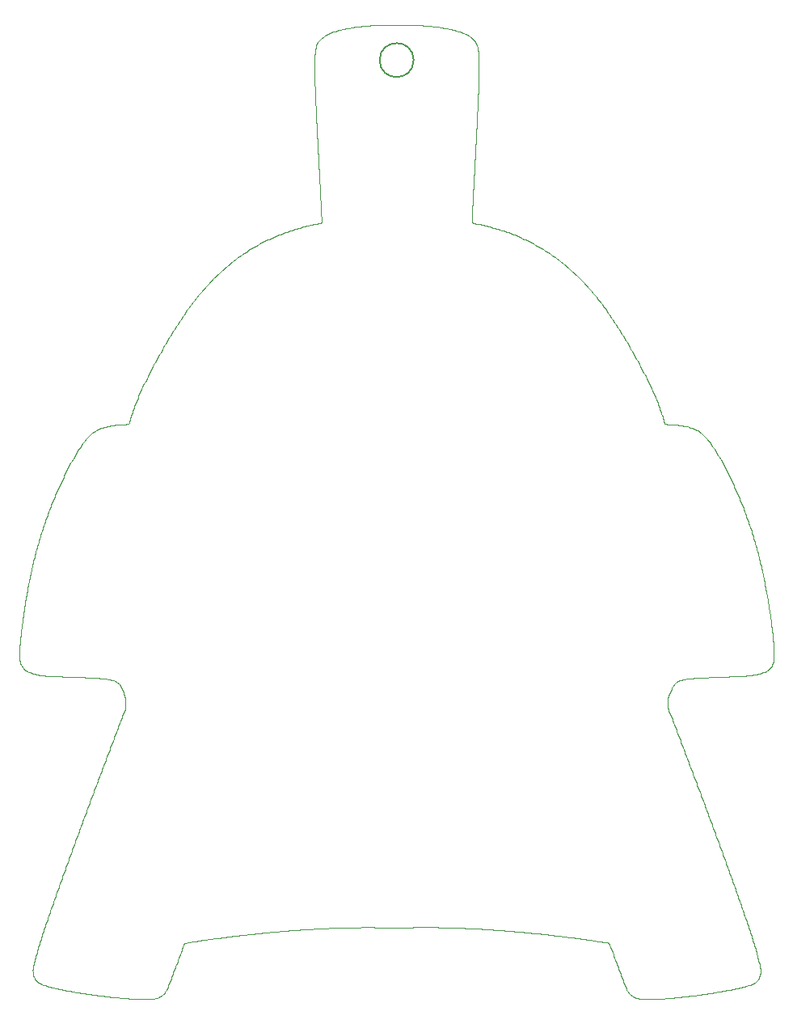
<source format=gbr>
G04 #@! TF.GenerationSoftware,KiCad,Pcbnew,5.1.2*
G04 #@! TF.CreationDate,2019-06-28T01:18:53-07:00*
G04 #@! TF.ProjectId,DC27-Cylon,44433237-2d43-4796-9c6f-6e2e6b696361,rev?*
G04 #@! TF.SameCoordinates,Original*
G04 #@! TF.FileFunction,Profile,NP*
%FSLAX46Y46*%
G04 Gerber Fmt 4.6, Leading zero omitted, Abs format (unit mm)*
G04 Created by KiCad (PCBNEW 5.1.2) date 2019-06-28 01:18:53*
%MOMM*%
%LPD*%
G04 APERTURE LIST*
%ADD10C,0.150000*%
%ADD11C,0.100000*%
G04 APERTURE END LIST*
D10*
X61214000Y-25654000D02*
G75*
G03X61214000Y-25654000I-1778000J0D01*
G01*
D11*
X60078842Y-116449490D02*
X60278207Y-116446490D01*
X60278207Y-116446490D02*
X60477823Y-116443490D01*
X60477823Y-116443490D02*
X60677621Y-116440490D01*
X60677621Y-116440490D02*
X60877061Y-116437490D01*
X60877061Y-116437490D02*
X61076639Y-116435490D01*
X61076639Y-116435490D02*
X61276468Y-116433490D01*
X61276468Y-116433490D02*
X61476479Y-116431490D01*
X61476479Y-116431490D02*
X61676130Y-116429490D01*
X61676130Y-116429490D02*
X61875602Y-116428830D01*
X61875602Y-116428830D02*
X62075324Y-116428180D01*
X62075324Y-116428180D02*
X62275229Y-116427530D01*
X62275229Y-116427530D02*
X62474773Y-116426880D01*
X62474773Y-116426880D02*
X62674138Y-116427530D01*
X62674138Y-116427530D02*
X62873756Y-116428180D01*
X62873756Y-116428180D02*
X63073554Y-116428830D01*
X63073554Y-116428830D02*
X63272994Y-116429490D01*
X63272994Y-116429490D02*
X63472466Y-116431490D01*
X63472466Y-116431490D02*
X63672188Y-116433490D01*
X63672188Y-116433490D02*
X63872093Y-116435490D01*
X63872093Y-116435490D02*
X64071637Y-116437490D01*
X64071637Y-116437490D02*
X64271320Y-116441490D01*
X64271320Y-116441490D02*
X64471255Y-116445490D01*
X64471255Y-116445490D02*
X64671373Y-116449490D01*
X64671373Y-116449490D02*
X64871130Y-116453490D01*
X64871130Y-116453490D02*
X65070602Y-116459490D01*
X65070602Y-116459490D02*
X65270324Y-116465490D01*
X65270324Y-116465490D02*
X65470229Y-116471490D01*
X65470229Y-116471490D02*
X65669775Y-116477490D01*
X65669775Y-116477490D02*
X65868927Y-116485490D01*
X65868927Y-116485490D02*
X66068332Y-116493490D01*
X66068332Y-116493490D02*
X66267917Y-116501490D01*
X66267917Y-116501490D02*
X66467143Y-116509490D01*
X66467143Y-116509490D02*
X66665978Y-116518490D01*
X66665978Y-116518490D02*
X66865063Y-116527490D01*
X66865063Y-116527490D02*
X67064331Y-116536490D01*
X67064331Y-116536490D02*
X67263239Y-116545490D01*
X67263239Y-116545490D02*
X67462181Y-116556190D01*
X67462181Y-116556190D02*
X67661372Y-116566890D01*
X67661372Y-116566890D02*
X67860746Y-116577690D01*
X67860746Y-116577690D02*
X68059759Y-116588390D01*
X68059759Y-116588390D02*
X68258807Y-116600390D01*
X68258807Y-116600390D02*
X68458103Y-116612390D01*
X68458103Y-116612390D02*
X68657584Y-116624390D01*
X68657584Y-116624390D02*
X68856704Y-116636390D01*
X68856704Y-116636390D02*
X69055325Y-116649690D01*
X69055325Y-116649690D02*
X69254199Y-116662990D01*
X69254199Y-116662990D02*
X69453254Y-116676290D01*
X69453254Y-116676290D02*
X69651949Y-116689590D01*
X69651949Y-116689590D02*
X69850677Y-116703990D01*
X69850677Y-116703990D02*
X70049658Y-116718390D01*
X70049658Y-116718390D02*
X70248819Y-116732890D01*
X70248819Y-116732890D02*
X70447621Y-116747290D01*
X70447621Y-116747290D02*
X70646349Y-116762990D01*
X70646349Y-116762990D02*
X70845328Y-116778690D01*
X70845328Y-116778690D02*
X71044489Y-116794390D01*
X71044489Y-116794390D02*
X71243291Y-116810090D01*
X71243291Y-116810090D02*
X71442019Y-116826990D01*
X71442019Y-116826990D02*
X71640997Y-116843890D01*
X71640997Y-116843890D02*
X71840158Y-116860790D01*
X71840158Y-116860790D02*
X72038960Y-116877690D01*
X72038960Y-116877690D02*
X72237264Y-116895790D01*
X72237264Y-116895790D02*
X72435819Y-116913990D01*
X72435819Y-116913990D02*
X72634553Y-116932190D01*
X72634553Y-116932190D02*
X72832931Y-116950290D01*
X72832931Y-116950290D02*
X73031235Y-116969490D01*
X73031235Y-116969490D02*
X73229790Y-116988690D01*
X73229790Y-116988690D02*
X73428524Y-117007890D01*
X73428524Y-117007890D02*
X73626902Y-117027090D01*
X73626902Y-117027090D02*
X73824995Y-117047390D01*
X73824995Y-117047390D02*
X74023336Y-117067690D01*
X74023336Y-117067690D02*
X74221860Y-117087990D01*
X74221860Y-117087990D02*
X74420025Y-117108290D01*
X74420025Y-117108290D02*
X74618116Y-117129690D01*
X74618116Y-117129690D02*
X74816459Y-117151190D01*
X74816459Y-117151190D02*
X75014981Y-117172690D01*
X75014981Y-117172690D02*
X75213145Y-117194190D01*
X75213145Y-117194190D02*
X75411025Y-117216790D01*
X75411025Y-117216790D02*
X75609155Y-117239390D01*
X75609155Y-117239390D02*
X75807464Y-117261990D01*
X75807464Y-117261990D02*
X76005418Y-117284590D01*
X76005418Y-117284590D02*
X76203191Y-117308290D01*
X76203191Y-117308290D02*
X76401215Y-117331990D01*
X76401215Y-117331990D02*
X76599416Y-117355690D01*
X76599416Y-117355690D02*
X76797264Y-117379390D01*
X76797264Y-117379390D02*
X76994826Y-117404190D01*
X76994826Y-117404190D02*
X77192636Y-117429090D01*
X77192636Y-117429090D02*
X77390627Y-117453990D01*
X77390627Y-117453990D02*
X77588261Y-117478790D01*
X77588261Y-117478790D02*
X77786141Y-117504690D01*
X77786141Y-117504690D02*
X77984271Y-117530590D01*
X77984271Y-117530590D02*
X78182580Y-117556490D01*
X78182580Y-117556490D02*
X78380534Y-117582390D01*
X78380534Y-117582390D02*
X78578096Y-117609490D01*
X78578096Y-117609490D02*
X78775906Y-117636590D01*
X78775906Y-117636590D02*
X78973897Y-117663690D01*
X78973897Y-117663690D02*
X79171531Y-117690790D01*
X79171531Y-117690790D02*
X79380539Y-117720690D01*
X79380539Y-117720690D02*
X79589744Y-117750590D01*
X79589744Y-117750590D02*
X79798551Y-117780390D01*
X79798551Y-117780390D02*
X80007276Y-117811290D01*
X80007276Y-117811290D02*
X80216198Y-117842190D01*
X80216198Y-117842190D02*
X80424723Y-117872990D01*
X80424723Y-117872990D02*
X80633448Y-117905090D01*
X80633448Y-117905090D02*
X80842370Y-117937290D01*
X80842370Y-117937290D02*
X81050895Y-117969390D01*
X81050895Y-117969390D02*
X81258201Y-118005490D01*
X81258201Y-118005490D02*
X81465706Y-118041590D01*
X81465706Y-118041590D02*
X81672816Y-118077690D01*
X81672816Y-118077690D02*
X81747076Y-118272190D01*
X81747076Y-118272190D02*
X81821516Y-118467150D01*
X81821516Y-118467150D02*
X81895836Y-118661800D01*
X81895836Y-118661800D02*
X81968686Y-118856870D01*
X81968686Y-118856870D02*
X82041706Y-119052400D01*
X82041706Y-119052400D02*
X82114606Y-119247610D01*
X82114606Y-119247610D02*
X82187036Y-119442400D01*
X82187036Y-119442400D02*
X82259636Y-119637650D01*
X82259636Y-119637650D02*
X82332116Y-119832580D01*
X82332116Y-119832580D02*
X82393126Y-119996820D01*
X82393126Y-119996820D02*
X82454216Y-120161280D01*
X82454216Y-120161280D02*
X82515356Y-120325880D01*
X82515356Y-120325880D02*
X82576386Y-120490180D01*
X82576386Y-120490180D02*
X82637716Y-120654110D01*
X82637716Y-120654110D02*
X82699116Y-120818250D01*
X82699116Y-120818250D02*
X82760576Y-120982530D01*
X82760576Y-120982530D02*
X82821926Y-121146520D01*
X82821926Y-121146520D02*
X82884106Y-121310230D01*
X82884106Y-121310230D02*
X82946356Y-121474150D01*
X82946356Y-121474150D02*
X83008666Y-121638220D01*
X83008666Y-121638220D02*
X83070866Y-121802000D01*
X83070866Y-121802000D02*
X83135056Y-121964870D01*
X83135056Y-121964870D02*
X83199326Y-122127940D01*
X83199326Y-122127940D02*
X83263656Y-122291160D01*
X83263656Y-122291160D02*
X83327866Y-122454080D01*
X83327866Y-122454080D02*
X83406036Y-122637810D01*
X83406036Y-122637810D02*
X83484206Y-122821550D01*
X83484206Y-122821550D02*
X83549196Y-122957480D01*
X83549196Y-122957480D02*
X83614196Y-123093420D01*
X83614196Y-123093420D02*
X83671756Y-123193890D01*
X83671756Y-123193890D02*
X83729316Y-123294360D01*
X83729316Y-123294360D02*
X83835943Y-123435400D01*
X83835943Y-123435400D02*
X83942571Y-123538200D01*
X83942571Y-123538200D02*
X84059818Y-123623600D01*
X84059818Y-123623600D02*
X84196608Y-123705600D01*
X84196608Y-123705600D02*
X84343166Y-123773600D01*
X84343166Y-123773600D02*
X84506293Y-123828400D01*
X84506293Y-123828400D02*
X84693211Y-123871300D01*
X84693211Y-123871300D02*
X84845505Y-123891700D01*
X84845505Y-123891700D02*
X84997800Y-123912100D01*
X84997800Y-123912100D02*
X85186841Y-123923800D01*
X85186841Y-123923800D02*
X85375882Y-123935500D01*
X85375882Y-123935500D02*
X85547130Y-123937500D01*
X85547130Y-123937500D02*
X85718592Y-123939500D01*
X85718592Y-123939500D02*
X85890213Y-123941500D01*
X85890213Y-123941500D02*
X86061525Y-123943500D01*
X86061525Y-123943500D02*
X86256751Y-123937500D01*
X86256751Y-123937500D02*
X86452226Y-123931500D01*
X86452226Y-123931500D02*
X86647879Y-123925500D01*
X86647879Y-123925500D02*
X86843177Y-123919500D01*
X86843177Y-123919500D02*
X87037875Y-123907800D01*
X87037875Y-123907800D02*
X87232816Y-123896100D01*
X87232816Y-123896100D02*
X87427936Y-123884400D01*
X87427936Y-123884400D02*
X87622705Y-123872700D01*
X87622705Y-123872700D02*
X87817084Y-123856800D01*
X87817084Y-123856800D02*
X88011707Y-123840900D01*
X88011707Y-123840900D02*
X88206508Y-123825000D01*
X88206508Y-123825000D02*
X88400957Y-123809100D01*
X88400957Y-123809100D02*
X88595018Y-123790100D01*
X88595018Y-123790100D02*
X88789322Y-123771100D01*
X88789322Y-123771100D02*
X88983805Y-123752100D01*
X88983805Y-123752100D02*
X89177937Y-123733100D01*
X89177937Y-123733100D02*
X89371784Y-123711500D01*
X89371784Y-123711500D02*
X89565878Y-123689800D01*
X89565878Y-123689800D02*
X89760147Y-123668100D01*
X89760147Y-123668100D02*
X89954066Y-123646400D01*
X89954066Y-123646400D02*
X90147809Y-123622300D01*
X90147809Y-123622300D02*
X90341794Y-123598200D01*
X90341794Y-123598200D02*
X90535959Y-123574100D01*
X90535959Y-123574100D02*
X90729771Y-123550000D01*
X90729771Y-123550000D02*
X90923195Y-123523700D01*
X90923195Y-123523700D02*
X91116861Y-123497400D01*
X91116861Y-123497400D02*
X91310705Y-123471000D01*
X91310705Y-123471000D02*
X91504200Y-123444700D01*
X91504200Y-123444700D02*
X91697412Y-123415900D01*
X91697412Y-123415900D02*
X91890866Y-123387100D01*
X91890866Y-123387100D02*
X92084498Y-123358300D01*
X92084498Y-123358300D02*
X92277780Y-123329500D01*
X92277780Y-123329500D02*
X92470568Y-123298500D01*
X92470568Y-123298500D02*
X92663597Y-123267500D01*
X92663597Y-123267500D02*
X92856803Y-123236400D01*
X92856803Y-123236400D02*
X93049661Y-123205400D01*
X93049661Y-123205400D02*
X93241599Y-123171700D01*
X93241599Y-123171700D02*
X93433778Y-123137900D01*
X93433778Y-123137900D02*
X93626133Y-123104100D01*
X93626133Y-123104100D02*
X93818143Y-123070400D01*
X93818143Y-123070400D02*
X94009656Y-123033400D01*
X94009656Y-123033400D02*
X94201411Y-122996300D01*
X94201411Y-122996300D02*
X94393343Y-122959200D01*
X94393343Y-122959200D02*
X94584920Y-122922200D01*
X94584920Y-122922200D02*
X94775910Y-122880800D01*
X94775910Y-122880800D02*
X94967130Y-122839400D01*
X94967130Y-122839400D02*
X95158530Y-122797900D01*
X95158530Y-122797900D02*
X95349590Y-122756500D01*
X95349590Y-122756500D02*
X95527940Y-122712200D01*
X95527940Y-122712200D02*
X95706520Y-122667800D01*
X95706520Y-122667800D02*
X95885270Y-122623400D01*
X95885270Y-122623400D02*
X96063690Y-122579000D01*
X96063690Y-122579000D02*
X96261230Y-122518700D01*
X96261230Y-122518700D02*
X96458770Y-122458400D01*
X96458770Y-122458400D02*
X96608940Y-122397700D01*
X96608940Y-122397700D02*
X96759110Y-122337000D01*
X96759110Y-122337000D02*
X96936680Y-122238400D01*
X96936680Y-122238400D02*
X97081540Y-122129650D01*
X97081540Y-122129650D02*
X97203030Y-122006030D01*
X97203030Y-122006030D02*
X97310510Y-121864150D01*
X97310510Y-121864150D02*
X97374610Y-121754540D01*
X97374610Y-121754540D02*
X97429810Y-121629230D01*
X97429810Y-121629230D02*
X97471010Y-121487550D01*
X97471010Y-121487550D02*
X97512210Y-121345880D01*
X97512210Y-121345880D02*
X97530710Y-121203780D01*
X97530710Y-121203780D02*
X97549210Y-121061680D01*
X97549210Y-121061680D02*
X97551210Y-120922770D01*
X97551210Y-120922770D02*
X97541010Y-120790230D01*
X97541010Y-120790230D02*
X97514710Y-120640270D01*
X97514710Y-120640270D02*
X97488410Y-120490310D01*
X97488410Y-120490310D02*
X97442710Y-120290220D01*
X97442710Y-120290220D02*
X97397010Y-120090140D01*
X97397010Y-120090140D02*
X97351610Y-119917510D01*
X97351610Y-119917510D02*
X97306110Y-119744660D01*
X97306110Y-119744660D02*
X97260610Y-119571660D01*
X97260610Y-119571660D02*
X97215210Y-119398970D01*
X97215210Y-119398970D02*
X97165910Y-119227300D01*
X97165910Y-119227300D02*
X97116510Y-119055410D01*
X97116510Y-119055410D02*
X97067110Y-118883360D01*
X97067110Y-118883360D02*
X97017710Y-118711620D01*
X97017710Y-118711620D02*
X96965910Y-118540700D01*
X96965910Y-118540700D02*
X96914010Y-118369550D01*
X96914010Y-118369550D02*
X96862110Y-118198250D01*
X96862110Y-118198250D02*
X96810310Y-118027260D01*
X96810310Y-118027260D02*
X96756610Y-117856750D01*
X96756610Y-117856750D02*
X96702810Y-117686030D01*
X96702810Y-117686030D02*
X96649010Y-117515150D01*
X96649010Y-117515150D02*
X96595310Y-117344590D01*
X96595310Y-117344590D02*
X96540010Y-117174610D01*
X96540010Y-117174610D02*
X96484610Y-117004420D01*
X96484610Y-117004420D02*
X96429210Y-116834080D01*
X96429210Y-116834080D02*
X96373910Y-116664040D01*
X96373910Y-116664040D02*
X96317310Y-116494700D01*
X96317310Y-116494700D02*
X96260710Y-116325150D01*
X96260710Y-116325150D02*
X96204010Y-116155440D01*
X96204010Y-116155440D02*
X96147410Y-115986040D01*
X96147410Y-115986040D02*
X96083010Y-115797280D01*
X96083010Y-115797280D02*
X96018510Y-115608290D01*
X96018510Y-115608290D02*
X95954010Y-115419130D01*
X95954010Y-115419130D02*
X95889610Y-115230300D01*
X95889610Y-115230300D02*
X95824410Y-115041970D01*
X95824410Y-115041970D02*
X95759210Y-114853410D01*
X95759210Y-114853410D02*
X95693910Y-114664670D01*
X95693910Y-114664670D02*
X95628710Y-114476260D01*
X95628710Y-114476260D02*
X95562910Y-114287930D01*
X95562910Y-114287930D02*
X95497010Y-114099370D01*
X95497010Y-114099370D02*
X95431110Y-113910630D01*
X95431110Y-113910630D02*
X95365310Y-113722220D01*
X95365310Y-113722220D02*
X95299110Y-113534420D01*
X95299110Y-113534420D02*
X95232810Y-113346390D01*
X95232810Y-113346390D02*
X95166410Y-113158180D01*
X95166410Y-113158180D02*
X95100210Y-112970310D01*
X95100210Y-112970310D02*
X95033510Y-112782400D01*
X95033510Y-112782400D02*
X94966710Y-112594260D01*
X94966710Y-112594260D02*
X94899810Y-112405950D01*
X94899810Y-112405950D02*
X94833010Y-112217970D01*
X94833010Y-112217970D02*
X94765910Y-112030380D01*
X94765910Y-112030380D02*
X94698810Y-111842560D01*
X94698810Y-111842560D02*
X94631610Y-111654560D01*
X94631610Y-111654560D02*
X94564510Y-111466900D01*
X94564510Y-111466900D02*
X94497110Y-111279100D01*
X94497110Y-111279100D02*
X94429650Y-111091070D01*
X94429650Y-111091070D02*
X94362130Y-110902860D01*
X94362130Y-110902860D02*
X94294730Y-110714990D01*
X94294730Y-110714990D02*
X94226930Y-110527300D01*
X94226930Y-110527300D02*
X94159040Y-110339360D01*
X94159040Y-110339360D02*
X94091100Y-110151260D01*
X94091100Y-110151260D02*
X94023280Y-109963500D01*
X94023280Y-109963500D02*
X93955370Y-109776120D01*
X93955370Y-109776120D02*
X93887380Y-109588510D01*
X93887380Y-109588510D02*
X93819330Y-109400730D01*
X93819330Y-109400730D02*
X93751400Y-109213280D01*
X93751400Y-109213280D02*
X93683180Y-109026120D01*
X93683180Y-109026120D02*
X93614870Y-108838720D01*
X93614870Y-108838720D02*
X93546500Y-108651150D01*
X93546500Y-108651150D02*
X93478250Y-108463920D01*
X93478250Y-108463920D02*
X93409820Y-108276755D01*
X93409820Y-108276755D02*
X93341300Y-108089357D01*
X93341300Y-108089357D02*
X93272720Y-107901786D01*
X93272720Y-107901786D02*
X93204260Y-107714553D01*
X93204260Y-107714553D02*
X93135720Y-107527496D01*
X93135720Y-107527496D02*
X93067090Y-107340202D01*
X93067090Y-107340202D02*
X92998400Y-107152739D01*
X92998400Y-107152739D02*
X92929830Y-106965612D01*
X92929830Y-106965612D02*
X92860970Y-106778659D01*
X92860970Y-106778659D02*
X92792020Y-106591474D01*
X92792020Y-106591474D02*
X92723010Y-106404115D01*
X92723010Y-106404115D02*
X92654120Y-106217095D01*
X92654120Y-106217095D02*
X92585150Y-106030249D01*
X92585150Y-106030249D02*
X92516100Y-105843170D01*
X92516100Y-105843170D02*
X92446980Y-105655917D01*
X92446980Y-105655917D02*
X92377990Y-105469004D01*
X92377990Y-105469004D02*
X92308710Y-105281947D01*
X92308710Y-105281947D02*
X92239340Y-105094653D01*
X92239340Y-105094653D02*
X92169900Y-104907189D01*
X92169900Y-104907189D02*
X92100590Y-104720063D01*
X92100590Y-104720063D02*
X92031090Y-104533006D01*
X92031090Y-104533006D02*
X91961500Y-104345712D01*
X91961500Y-104345712D02*
X91891850Y-104158248D01*
X91891850Y-104158248D02*
X91822330Y-103971121D01*
X91822330Y-103971121D02*
X91752730Y-103784489D01*
X91752730Y-103784489D02*
X91683040Y-103597621D01*
X91683040Y-103597621D02*
X91613290Y-103410581D01*
X91613290Y-103410581D02*
X91543660Y-103223879D01*
X91543660Y-103223879D02*
X91473850Y-103036928D01*
X91473850Y-103036928D02*
X91403950Y-102849741D01*
X91403950Y-102849741D02*
X91333980Y-102662384D01*
X91333980Y-102662384D02*
X91264140Y-102475364D01*
X91264140Y-102475364D02*
X91194220Y-102288731D01*
X91194220Y-102288731D02*
X91124210Y-102101863D01*
X91124210Y-102101863D02*
X91054140Y-101914824D01*
X91054140Y-101914824D02*
X90984190Y-101728121D01*
X90984190Y-101728121D02*
X90913950Y-101541275D01*
X90913950Y-101541275D02*
X90843620Y-101354196D01*
X90843620Y-101354196D02*
X90773230Y-101166944D01*
X90773230Y-101166944D02*
X90702970Y-100980030D01*
X90702970Y-100980030D02*
X90632730Y-100793502D01*
X90632730Y-100793502D02*
X90562400Y-100606741D01*
X90562400Y-100606741D02*
X90492010Y-100419808D01*
X90492010Y-100419808D02*
X90421750Y-100233212D01*
X90421750Y-100233212D02*
X90351300Y-100046686D01*
X90351300Y-100046686D02*
X90280760Y-99859924D01*
X90280760Y-99859924D02*
X90210150Y-99672991D01*
X90210150Y-99672991D02*
X90139670Y-99486396D01*
X90139670Y-99486396D02*
X90069010Y-99299974D01*
X90069010Y-99299974D02*
X89998260Y-99113319D01*
X89998260Y-99113319D02*
X89927440Y-98926493D01*
X89927440Y-98926493D02*
X89856750Y-98740003D01*
X89856750Y-98740003D02*
X89786080Y-98553795D01*
X89786080Y-98553795D02*
X89715330Y-98367351D01*
X89715330Y-98367351D02*
X89644510Y-98180738D01*
X89644510Y-98180738D02*
X89573820Y-97994460D01*
X89573820Y-97994460D02*
X89502840Y-97808144D01*
X89502840Y-97808144D02*
X89431770Y-97621596D01*
X89431770Y-97621596D02*
X89360630Y-97434876D01*
X89360630Y-97434876D02*
X89289620Y-97248494D01*
X89289620Y-97248494D02*
X89218420Y-97062072D01*
X89218420Y-97062072D02*
X89147130Y-96875417D01*
X89147130Y-96875417D02*
X89075780Y-96688591D01*
X89075780Y-96688591D02*
X89004560Y-96502101D01*
X89004560Y-96502101D02*
X88933370Y-96316106D01*
X88933370Y-96316106D02*
X88862090Y-96129873D01*
X88862090Y-96129873D02*
X88790740Y-95943473D01*
X88790740Y-95943473D02*
X88719520Y-95757408D01*
X88719520Y-95757408D02*
X88648010Y-95571199D01*
X88648010Y-95571199D02*
X88576410Y-95384756D01*
X88576410Y-95384756D02*
X88504740Y-95198142D01*
X88504740Y-95198142D02*
X88433200Y-95011864D01*
X88433200Y-95011864D02*
X88364740Y-94833773D01*
X88364740Y-94833773D02*
X88296110Y-94655255D01*
X88296110Y-94655255D02*
X88227590Y-94477028D01*
X88227590Y-94477028D02*
X88158980Y-94298511D01*
X88158980Y-94298511D02*
X88090210Y-94119569D01*
X88090210Y-94119569D02*
X88021550Y-93940918D01*
X88021550Y-93940918D02*
X87952950Y-93762683D01*
X87952950Y-93762683D02*
X87884180Y-93584024D01*
X87884180Y-93584024D02*
X87815520Y-93405656D01*
X87815520Y-93405656D02*
X87815666Y-93255714D01*
X87815666Y-93255714D02*
X87815809Y-93105413D01*
X87815809Y-93105413D02*
X87815955Y-92955358D01*
X87815955Y-92955358D02*
X87821655Y-92809646D01*
X87821655Y-92809646D02*
X87827355Y-92663936D01*
X87827355Y-92663936D02*
X87846885Y-92529909D01*
X87846885Y-92529909D02*
X87866435Y-92395881D01*
X87866435Y-92395881D02*
X87901055Y-92267800D01*
X87901055Y-92267800D02*
X87935675Y-92139721D01*
X87935675Y-92139721D02*
X87989415Y-92001019D01*
X87989415Y-92001019D02*
X88043155Y-91862320D01*
X88043155Y-91862320D02*
X88125345Y-91693705D01*
X88125345Y-91693705D02*
X88207725Y-91524686D01*
X88207725Y-91524686D02*
X88289975Y-91355945D01*
X88289975Y-91355945D02*
X88387895Y-91183684D01*
X88387895Y-91183684D02*
X88485815Y-91011424D01*
X88485815Y-91011424D02*
X88574605Y-90891626D01*
X88574605Y-90891626D02*
X88667645Y-90797746D01*
X88667645Y-90797746D02*
X88779794Y-90720006D01*
X88779794Y-90720006D02*
X88914459Y-90656706D01*
X88914459Y-90656706D02*
X89081834Y-90600626D01*
X89081834Y-90600626D02*
X89290841Y-90543706D01*
X89290841Y-90543706D02*
X89466288Y-90504626D01*
X89466288Y-90504626D02*
X89641734Y-90465546D01*
X89641734Y-90465546D02*
X89850316Y-90434106D01*
X89850316Y-90434106D02*
X90058899Y-90402666D01*
X90058899Y-90402666D02*
X90253597Y-90385266D01*
X90253597Y-90385266D02*
X90448538Y-90367846D01*
X90448538Y-90367846D02*
X90643658Y-90350406D01*
X90643658Y-90350406D02*
X90838428Y-90333006D01*
X90838428Y-90333006D02*
X91033550Y-90321976D01*
X91033550Y-90321976D02*
X91228915Y-90310926D01*
X91228915Y-90310926D02*
X91424459Y-90299876D01*
X91424459Y-90299876D02*
X91619653Y-90288846D01*
X91619653Y-90288846D02*
X91814668Y-90280246D01*
X91814668Y-90280246D02*
X92009929Y-90271646D01*
X92009929Y-90271646D02*
X92205369Y-90263046D01*
X92205369Y-90263046D02*
X92400456Y-90254446D01*
X92400456Y-90254446D02*
X92595578Y-90247046D01*
X92595578Y-90247046D02*
X92790944Y-90239646D01*
X92790944Y-90239646D02*
X92986488Y-90232246D01*
X92986488Y-90232246D02*
X93181681Y-90224846D01*
X93181681Y-90224846D02*
X93376697Y-90217946D01*
X93376697Y-90217946D02*
X93571958Y-90211046D01*
X93571958Y-90211046D02*
X93767398Y-90204146D01*
X93767398Y-90204146D02*
X93962485Y-90197246D01*
X93962485Y-90197246D02*
X94157711Y-90190646D01*
X94157711Y-90190646D02*
X94353185Y-90184046D01*
X94353185Y-90184046D02*
X94548839Y-90177446D01*
X94548839Y-90177446D02*
X94744139Y-90170846D01*
X94744139Y-90170846D02*
X94918569Y-90163946D01*
X94918569Y-90163946D02*
X95093219Y-90157046D01*
X95093219Y-90157046D02*
X95268029Y-90150146D01*
X95268029Y-90150146D02*
X95442529Y-90143246D01*
X95442529Y-90143246D02*
X95616529Y-90131996D01*
X95616529Y-90131996D02*
X95790759Y-90120726D01*
X95790759Y-90120726D02*
X95965139Y-90109456D01*
X95965139Y-90109456D02*
X96139219Y-90098206D01*
X96139219Y-90098206D02*
X96322309Y-90079526D01*
X96322309Y-90079526D02*
X96505399Y-90060846D01*
X96505399Y-90060846D02*
X96668739Y-90037486D01*
X96668739Y-90037486D02*
X96832079Y-90014126D01*
X96832079Y-90014126D02*
X97002859Y-89981206D01*
X97002859Y-89981206D02*
X97173629Y-89948286D01*
X97173629Y-89948286D02*
X97343769Y-89906866D01*
X97343769Y-89906866D02*
X97513899Y-89865446D01*
X97513899Y-89865446D02*
X97680849Y-89811916D01*
X97680849Y-89811916D02*
X97847809Y-89758396D01*
X97847809Y-89758396D02*
X97988199Y-89692126D01*
X97988199Y-89692126D02*
X98128599Y-89625856D01*
X98128599Y-89625856D02*
X98268789Y-89536216D01*
X98268789Y-89536216D02*
X98397089Y-89435536D01*
X98397089Y-89435536D02*
X98515179Y-89322112D01*
X98515179Y-89322112D02*
X98624779Y-89195519D01*
X98624779Y-89195519D02*
X98710979Y-89070198D01*
X98710979Y-89070198D02*
X98784079Y-88928736D01*
X98784079Y-88928736D02*
X98843579Y-88766884D01*
X98843579Y-88766884D02*
X98889479Y-88581667D01*
X98889479Y-88581667D02*
X98910679Y-88429584D01*
X98910679Y-88429584D02*
X98931979Y-88277502D01*
X98931979Y-88277502D02*
X98940979Y-88094410D01*
X98940979Y-88094410D02*
X98949979Y-87911316D01*
X98949979Y-87911316D02*
X98945979Y-87742931D01*
X98945979Y-87742931D02*
X98941979Y-87574336D01*
X98941979Y-87574336D02*
X98937979Y-87405586D01*
X98937979Y-87405586D02*
X98933979Y-87237141D01*
X98933979Y-87237141D02*
X98921579Y-87068970D01*
X98921579Y-87068970D02*
X98909179Y-86900588D01*
X98909179Y-86900588D02*
X98896779Y-86732049D01*
X98896779Y-86732049D02*
X98884379Y-86563817D01*
X98884379Y-86563817D02*
X98867879Y-86396070D01*
X98867879Y-86396070D02*
X98851279Y-86228112D01*
X98851279Y-86228112D02*
X98834679Y-86059999D01*
X98834679Y-86059999D02*
X98818079Y-85892191D01*
X98818079Y-85892191D02*
X98795179Y-85690279D01*
X98795179Y-85690279D02*
X98772279Y-85488114D01*
X98772279Y-85488114D02*
X98749279Y-85285762D01*
X98749279Y-85285762D02*
X98726379Y-85083776D01*
X98726379Y-85083776D02*
X98700679Y-84881864D01*
X98700679Y-84881864D02*
X98674979Y-84679699D01*
X98674979Y-84679699D02*
X98649279Y-84477347D01*
X98649279Y-84477347D02*
X98623579Y-84275361D01*
X98623579Y-84275361D02*
X98595179Y-84073768D01*
X98595179Y-84073768D02*
X98566679Y-83871919D01*
X98566679Y-83871919D02*
X98538179Y-83669889D01*
X98538179Y-83669889D02*
X98509779Y-83468220D01*
X98509779Y-83468220D02*
X98478779Y-83267265D01*
X98478779Y-83267265D02*
X98447779Y-83066055D01*
X98447779Y-83066055D02*
X98416679Y-82864660D01*
X98416679Y-82864660D02*
X98385679Y-82663631D01*
X98385679Y-82663631D02*
X98352079Y-82462993D01*
X98352079Y-82462993D02*
X98318379Y-82262100D01*
X98318379Y-82262100D02*
X98284679Y-82061025D01*
X98284679Y-82061025D02*
X98251079Y-81860313D01*
X98251079Y-81860313D02*
X98214879Y-81659993D01*
X98214879Y-81659993D02*
X98178679Y-81459421D01*
X98178679Y-81459421D02*
X98142379Y-81258665D01*
X98142379Y-81258665D02*
X98106179Y-81058271D01*
X98106179Y-81058271D02*
X98067479Y-80858692D01*
X98067479Y-80858692D02*
X98028679Y-80658864D01*
X98028679Y-80658864D02*
X97989879Y-80458852D01*
X97989879Y-80458852D02*
X97951179Y-80259202D01*
X97951179Y-80259202D02*
X97909679Y-80059943D01*
X97909679Y-80059943D02*
X97868179Y-79860432D01*
X97868179Y-79860432D02*
X97826579Y-79660740D01*
X97826579Y-79660740D02*
X97785079Y-79461407D01*
X97785079Y-79461407D02*
X97740979Y-79262786D01*
X97740979Y-79262786D02*
X97696779Y-79063912D01*
X97696779Y-79063912D02*
X97652579Y-78864857D01*
X97652579Y-78864857D02*
X97608379Y-78666162D01*
X97608379Y-78666162D02*
X97561279Y-78468282D01*
X97561279Y-78468282D02*
X97514079Y-78270152D01*
X97514079Y-78270152D02*
X97466879Y-78071843D01*
X97466879Y-78071843D02*
X97419779Y-77873889D01*
X97419779Y-77873889D02*
X97369679Y-77676647D01*
X97369679Y-77676647D02*
X97319579Y-77479154D01*
X97319579Y-77479154D02*
X97269379Y-77281483D01*
X97269379Y-77281483D02*
X97219279Y-77084166D01*
X97219279Y-77084166D02*
X97165779Y-76887772D01*
X97165779Y-76887772D02*
X97112179Y-76691130D01*
X97112179Y-76691130D02*
X97058579Y-76494309D01*
X97058579Y-76494309D02*
X97005079Y-76297843D01*
X97005079Y-76297843D02*
X96947879Y-76102616D01*
X96947879Y-76102616D02*
X96890579Y-75907142D01*
X96890579Y-75907142D02*
X96833279Y-75711489D01*
X96833279Y-75711489D02*
X96776079Y-75516191D01*
X96776079Y-75516191D02*
X96714879Y-75322131D01*
X96714879Y-75322131D02*
X96653579Y-75127826D01*
X96653579Y-75127826D02*
X96592179Y-74933344D01*
X96592179Y-74933344D02*
X96530979Y-74739211D01*
X96530979Y-74739211D02*
X96464979Y-74546743D01*
X96464979Y-74546743D02*
X96398879Y-74354031D01*
X96398879Y-74354031D02*
X96332779Y-74161145D01*
X96332779Y-74161145D02*
X96266779Y-73968605D01*
X96266779Y-73968605D02*
X96202679Y-73792475D01*
X96202679Y-73792475D02*
X96138479Y-73616126D01*
X96138479Y-73616126D02*
X96074279Y-73439613D01*
X96074279Y-73439613D02*
X96010179Y-73263421D01*
X96010179Y-73263421D02*
X95943979Y-73088139D01*
X95943979Y-73088139D02*
X95877679Y-72912638D01*
X95877679Y-72912638D02*
X95811379Y-72736976D01*
X95811379Y-72736976D02*
X95745179Y-72561632D01*
X95745179Y-72561632D02*
X95676379Y-72387308D01*
X95676379Y-72387308D02*
X95607579Y-72212761D01*
X95607579Y-72212761D02*
X95538679Y-72038059D01*
X95538679Y-72038059D02*
X95469879Y-71863669D01*
X95469879Y-71863669D02*
X95398379Y-71690617D01*
X95398379Y-71690617D02*
X95326779Y-71517348D01*
X95326779Y-71517348D02*
X95255079Y-71343917D01*
X95255079Y-71343917D02*
X95183579Y-71170802D01*
X95183579Y-71170802D02*
X95108979Y-70999129D01*
X95108979Y-70999129D02*
X95034279Y-70827241D01*
X95034279Y-70827241D02*
X94959479Y-70655196D01*
X94959479Y-70655196D02*
X94884879Y-70483460D01*
X94884879Y-70483460D02*
X94807079Y-70313486D01*
X94807079Y-70313486D02*
X94729179Y-70143296D01*
X94729179Y-70143296D02*
X94651279Y-69972950D01*
X94651279Y-69972950D02*
X94573479Y-69802912D01*
X94573479Y-69802912D02*
X94492879Y-69634104D01*
X94492879Y-69634104D02*
X94412139Y-69465084D01*
X94412139Y-69465084D02*
X94331329Y-69295908D01*
X94331329Y-69295908D02*
X94250659Y-69127039D01*
X94250659Y-69127039D02*
X94168009Y-68961732D01*
X94168009Y-68961732D02*
X94085249Y-68796217D01*
X94085249Y-68796217D02*
X94002419Y-68630551D01*
X94002419Y-68630551D02*
X93919739Y-68465184D01*
X93919739Y-68465184D02*
X93833689Y-68301893D01*
X93833689Y-68301893D02*
X93747529Y-68138396D01*
X93747529Y-68138396D02*
X93661289Y-67974751D01*
X93661289Y-67974751D02*
X93575209Y-67811400D01*
X93575209Y-67811400D02*
X93484919Y-67650230D01*
X93484919Y-67650230D02*
X93394509Y-67488860D01*
X93394509Y-67488860D02*
X93304019Y-67327341D01*
X93304019Y-67327341D02*
X93213689Y-67166112D01*
X93213689Y-67166112D02*
X93117989Y-67008127D01*
X93117989Y-67008127D02*
X93022169Y-66849943D01*
X93022169Y-66849943D02*
X92926259Y-66691614D01*
X92926259Y-66691614D02*
X92830519Y-66533570D01*
X92830519Y-66533570D02*
X92728025Y-66380358D01*
X92728025Y-66380358D02*
X92625401Y-66226956D01*
X92625401Y-66226956D02*
X92522685Y-66073412D01*
X92522685Y-66073412D02*
X92420152Y-65920144D01*
X92420152Y-65920144D02*
X92306515Y-65766149D01*
X92306515Y-65766149D02*
X92192878Y-65612155D01*
X92192878Y-65612155D02*
X92081578Y-65473242D01*
X92081578Y-65473242D02*
X91970277Y-65334330D01*
X91970277Y-65334330D02*
X91841985Y-65189468D01*
X91841985Y-65189468D02*
X91713693Y-65044609D01*
X91713693Y-65044609D02*
X91588587Y-64920989D01*
X91588587Y-64920989D02*
X91463480Y-64797369D01*
X91463480Y-64797369D02*
X91311821Y-64672474D01*
X91311821Y-64672474D02*
X91160163Y-64547580D01*
X91160163Y-64547580D02*
X91012755Y-64447324D01*
X91012755Y-64447324D02*
X90867469Y-64363634D01*
X90867469Y-64363634D02*
X90720909Y-64297364D01*
X90720909Y-64297364D02*
X90574349Y-64231094D01*
X90574349Y-64231094D02*
X90401238Y-64171194D01*
X90401238Y-64171194D02*
X90228130Y-64111294D01*
X90228130Y-64111294D02*
X90067125Y-64067324D01*
X90067125Y-64067324D02*
X89906123Y-64023354D01*
X89906123Y-64023354D02*
X89733012Y-63984904D01*
X89733012Y-63984904D02*
X89559902Y-63946464D01*
X89559902Y-63946464D02*
X89392527Y-63916934D01*
X89392527Y-63916934D02*
X89225152Y-63887414D01*
X89225152Y-63887414D02*
X89052041Y-63863834D01*
X89052041Y-63863834D02*
X88878930Y-63840264D01*
X88878930Y-63840264D02*
X88708155Y-63823694D01*
X88708155Y-63823694D02*
X88537383Y-63807124D01*
X88537383Y-63807124D02*
X88365336Y-63796724D01*
X88365336Y-63796724D02*
X88193287Y-63786304D01*
X88193287Y-63786304D02*
X88022144Y-63779504D01*
X88022144Y-63779504D02*
X87850787Y-63772704D01*
X87850787Y-63772704D02*
X87679273Y-63765904D01*
X87679273Y-63765904D02*
X87508067Y-63759104D01*
X87508067Y-63759104D02*
X87471747Y-63628687D01*
X87471747Y-63628687D02*
X87435427Y-63498270D01*
X87435427Y-63498270D02*
X87384927Y-63333708D01*
X87384927Y-63333708D02*
X87334357Y-63168936D01*
X87334357Y-63168936D02*
X87283747Y-63004014D01*
X87283747Y-63004014D02*
X87233227Y-62839391D01*
X87233227Y-62839391D02*
X87177947Y-62676100D01*
X87177947Y-62676100D02*
X87122597Y-62512603D01*
X87122597Y-62512603D02*
X87067197Y-62348958D01*
X87067197Y-62348958D02*
X87011897Y-62185607D01*
X87011897Y-62185607D02*
X86952377Y-62024013D01*
X86952377Y-62024013D02*
X86892777Y-61862217D01*
X86892777Y-61862217D02*
X86833127Y-61700273D01*
X86833127Y-61700273D02*
X86773577Y-61538620D01*
X86773577Y-61538620D02*
X86695907Y-61350926D01*
X86695907Y-61350926D02*
X86618137Y-61162995D01*
X86618137Y-61162995D02*
X86540297Y-60974894D01*
X86540297Y-60974894D02*
X86462607Y-60787130D01*
X86462607Y-60787130D02*
X86379427Y-60601665D01*
X86379427Y-60601665D02*
X86296137Y-60415965D01*
X86296137Y-60415965D02*
X86212767Y-60230096D01*
X86212767Y-60230096D02*
X86129557Y-60044561D01*
X86129557Y-60044561D02*
X86042447Y-59861004D01*
X86042447Y-59861004D02*
X85955227Y-59677218D01*
X85955227Y-59677218D02*
X85867927Y-59493263D01*
X85867927Y-59493263D02*
X85780787Y-59309638D01*
X85780787Y-59309638D02*
X85690387Y-59127568D01*
X85690387Y-59127568D02*
X85599877Y-58945268D01*
X85599877Y-58945268D02*
X85509277Y-58762801D01*
X85509277Y-58762801D02*
X85418847Y-58580664D01*
X85418847Y-58580664D02*
X85325797Y-58400184D01*
X85325797Y-58400184D02*
X85232627Y-58219478D01*
X85232627Y-58219478D02*
X85139377Y-58038605D01*
X85139377Y-58038605D02*
X85046287Y-57858060D01*
X85046287Y-57858060D02*
X84950687Y-57678748D01*
X84950687Y-57678748D02*
X84854967Y-57499210D01*
X84854967Y-57499210D02*
X84759157Y-57319507D01*
X84759157Y-57319507D02*
X84663527Y-57140130D01*
X84663527Y-57140130D02*
X84565487Y-56962091D01*
X84565487Y-56962091D02*
X84467327Y-56783830D01*
X84467327Y-56783830D02*
X84369077Y-56605403D01*
X84369077Y-56605403D02*
X84271007Y-56427299D01*
X84271007Y-56427299D02*
X84170953Y-56250745D01*
X84170953Y-56250745D02*
X84070773Y-56073969D01*
X84070773Y-56073969D02*
X83970500Y-55897033D01*
X83970500Y-55897033D02*
X83870410Y-55720414D01*
X83870410Y-55720414D02*
X83767915Y-55545028D01*
X83767915Y-55545028D02*
X83665290Y-55369420D01*
X83665290Y-55369420D02*
X83562574Y-55193652D01*
X83562574Y-55193652D02*
X83460041Y-55018201D01*
X83460041Y-55018201D02*
X83355320Y-54844300D01*
X83355320Y-54844300D02*
X83250464Y-54670181D01*
X83250464Y-54670181D02*
X83145514Y-54495902D01*
X83145514Y-54495902D02*
X83040754Y-54321936D01*
X83040754Y-54321936D02*
X82933379Y-54149522D01*
X82933379Y-54149522D02*
X82825868Y-53976887D01*
X82825868Y-53976887D02*
X82718260Y-53804099D01*
X82718260Y-53804099D02*
X82610844Y-53631619D01*
X82610844Y-53631619D02*
X82499774Y-53465580D01*
X82499774Y-53465580D02*
X82389395Y-53294542D01*
X82389395Y-53294542D02*
X82278917Y-53123348D01*
X82278917Y-53123348D02*
X82168636Y-52952460D01*
X82168636Y-52952460D02*
X82055106Y-52784076D01*
X82055106Y-52784076D02*
X81941435Y-52615480D01*
X81941435Y-52615480D02*
X81827659Y-52446730D01*
X81827659Y-52446730D02*
X81714088Y-52278285D01*
X81714088Y-52278285D02*
X81603424Y-52121998D01*
X81603424Y-52121998D02*
X81492619Y-51965514D01*
X81492619Y-51965514D02*
X81381715Y-51808885D01*
X81381715Y-51808885D02*
X81271010Y-51652540D01*
X81271010Y-51652540D02*
X81156421Y-51498904D01*
X81156421Y-51498904D02*
X81041686Y-51345075D01*
X81041686Y-51345075D02*
X80926848Y-51191105D01*
X80926848Y-51191105D02*
X80812215Y-51037413D01*
X80812215Y-51037413D02*
X80693700Y-50886855D01*
X80693700Y-50886855D02*
X80575035Y-50736106D01*
X80575035Y-50736106D02*
X80456261Y-50585222D01*
X80456261Y-50585222D02*
X80337702Y-50434608D01*
X80337702Y-50434608D02*
X80214837Y-50287338D01*
X80214837Y-50287338D02*
X80091815Y-50139882D01*
X80091815Y-50139882D02*
X79968682Y-49992293D01*
X79968682Y-49992293D02*
X79845771Y-49844970D01*
X79845771Y-49844970D02*
X79718662Y-49701309D01*
X79718662Y-49701309D02*
X79591390Y-49557466D01*
X79591390Y-49557466D02*
X79464005Y-49413492D01*
X79464005Y-49413492D02*
X79336849Y-49269777D01*
X79336849Y-49269777D02*
X79205388Y-49130253D01*
X79205388Y-49130253D02*
X79073761Y-48990553D01*
X79073761Y-48990553D02*
X78942016Y-48850726D01*
X78942016Y-48850726D02*
X78810507Y-48711150D01*
X78810507Y-48711150D02*
X78674485Y-48575870D01*
X78674485Y-48575870D02*
X78538291Y-48440420D01*
X78538291Y-48440420D02*
X78401973Y-48304846D01*
X78401973Y-48304846D02*
X78265901Y-48169516D01*
X78265901Y-48169516D02*
X78125209Y-48038905D01*
X78125209Y-48038905D02*
X77984341Y-47908129D01*
X77984341Y-47908129D02*
X77843345Y-47777234D01*
X77843345Y-47777234D02*
X77702601Y-47646575D01*
X77702601Y-47646575D02*
X77557454Y-47521163D01*
X77557454Y-47521163D02*
X77412123Y-47395592D01*
X77412123Y-47395592D02*
X77266661Y-47269906D01*
X77266661Y-47269906D02*
X77121461Y-47144448D01*
X77121461Y-47144448D02*
X76971964Y-47024447D01*
X76971964Y-47024447D02*
X76822279Y-46904294D01*
X76822279Y-46904294D02*
X76672456Y-46784032D01*
X76672456Y-46784032D02*
X76522903Y-46663988D01*
X76522903Y-46663988D02*
X76368844Y-46549609D01*
X76368844Y-46549609D02*
X76214588Y-46435088D01*
X76214588Y-46435088D02*
X76060194Y-46320461D01*
X76060194Y-46320461D02*
X75906078Y-46206042D01*
X75906078Y-46206042D02*
X75748092Y-46097712D01*
X75748092Y-46097712D02*
X75589909Y-45989246D01*
X75589909Y-45989246D02*
X75431579Y-45880679D01*
X75431579Y-45880679D02*
X75273535Y-45772310D01*
X75273535Y-45772310D02*
X75111517Y-45670134D01*
X75111517Y-45670134D02*
X74949295Y-45567829D01*
X74949295Y-45567829D02*
X74786924Y-45465431D01*
X74786924Y-45465431D02*
X74624848Y-45363217D01*
X74624848Y-45363217D02*
X74458693Y-45267197D01*
X74458693Y-45267197D02*
X74292329Y-45171057D01*
X74292329Y-45171057D02*
X74125811Y-45074827D01*
X74125811Y-45074827D02*
X73959595Y-44978767D01*
X73959595Y-44978767D02*
X73790256Y-44889217D01*
X73790256Y-44889217D02*
X73620703Y-44799557D01*
X73620703Y-44799557D02*
X73450997Y-44709817D01*
X73450997Y-44709817D02*
X73281597Y-44620237D01*
X73281597Y-44620237D02*
X73118413Y-44541717D01*
X73118413Y-44541717D02*
X72955022Y-44463107D01*
X72955022Y-44463107D02*
X72791484Y-44384417D01*
X72791484Y-44384417D02*
X72628239Y-44305877D01*
X72628239Y-44305877D02*
X72462189Y-44233727D01*
X72462189Y-44233727D02*
X72295929Y-44161487D01*
X72295929Y-44161487D02*
X72129520Y-44089177D01*
X72129520Y-44089177D02*
X71963408Y-44016997D01*
X71963408Y-44016997D02*
X71794496Y-43951317D01*
X71794496Y-43951317D02*
X71625367Y-43885557D01*
X71625367Y-43885557D02*
X71456087Y-43819737D01*
X71456087Y-43819737D02*
X71287111Y-43754037D01*
X71287111Y-43754037D02*
X71116182Y-43694617D01*
X71116182Y-43694617D02*
X70945035Y-43635127D01*
X70945035Y-43635127D02*
X70773734Y-43575577D01*
X70773734Y-43575577D02*
X70602742Y-43516137D01*
X70602742Y-43516137D02*
X70429797Y-43462667D01*
X70429797Y-43462667D02*
X70256632Y-43409127D01*
X70256632Y-43409127D02*
X70083310Y-43355537D01*
X70083310Y-43355537D02*
X69910299Y-43302047D01*
X69910299Y-43302047D02*
X69735655Y-43253877D01*
X69735655Y-43253877D02*
X69560794Y-43205647D01*
X69560794Y-43205647D02*
X69385769Y-43157367D01*
X69385769Y-43157367D02*
X69211062Y-43109177D01*
X69211062Y-43109177D02*
X69035463Y-43065997D01*
X69035463Y-43065997D02*
X68859644Y-43022757D01*
X68859644Y-43022757D02*
X68683663Y-42979477D01*
X68683663Y-42979477D02*
X68508001Y-42936277D01*
X68508001Y-42936277D02*
X68331129Y-42897227D01*
X68331129Y-42897227D02*
X68154034Y-42858137D01*
X68154034Y-42858137D02*
X67976778Y-42819007D01*
X67976778Y-42819007D02*
X67799841Y-42779947D01*
X67799841Y-42779947D02*
X67633206Y-42745147D01*
X67633206Y-42745147D02*
X67466174Y-42710267D01*
X67466174Y-42710267D02*
X67299415Y-42675447D01*
X67299415Y-42675447D02*
X67299415Y-42483433D01*
X67299415Y-42483433D02*
X67308215Y-42295101D01*
X67308215Y-42295101D02*
X67317015Y-42106535D01*
X67317015Y-42106535D02*
X67325815Y-41917795D01*
X67325815Y-41917795D02*
X67334615Y-41729393D01*
X67334615Y-41729393D02*
X67344115Y-41541063D01*
X67344115Y-41541063D02*
X67353715Y-41352495D01*
X67353715Y-41352495D02*
X67363315Y-41163755D01*
X67363315Y-41163755D02*
X67372815Y-40975355D01*
X67372815Y-40975355D02*
X67382615Y-40787130D01*
X67382615Y-40787130D02*
X67392415Y-40598668D01*
X67392415Y-40598668D02*
X67402215Y-40410034D01*
X67402215Y-40410034D02*
X67412015Y-40221740D01*
X67412015Y-40221740D02*
X67422015Y-40033516D01*
X67422015Y-40033516D02*
X67432015Y-39845054D01*
X67432015Y-39845054D02*
X67442025Y-39656420D01*
X67442025Y-39656420D02*
X67452025Y-39468126D01*
X67452025Y-39468126D02*
X67462025Y-39280008D01*
X67462025Y-39280008D02*
X67472025Y-39091652D01*
X67472025Y-39091652D02*
X67482035Y-38903125D01*
X67482035Y-38903125D02*
X67492035Y-38714937D01*
X67492035Y-38714937D02*
X67502105Y-38526925D01*
X67502105Y-38526925D02*
X67512195Y-38338676D01*
X67512195Y-38338676D02*
X67522285Y-38150254D01*
X67522285Y-38150254D02*
X67532375Y-37962173D01*
X67532375Y-37962173D02*
X67543095Y-37760791D01*
X67543095Y-37760791D02*
X67553815Y-37559157D01*
X67553815Y-37559157D02*
X67564555Y-37357337D01*
X67564555Y-37357337D02*
X67575275Y-37155882D01*
X67575275Y-37155882D02*
X67586105Y-36954076D01*
X67586105Y-36954076D02*
X67596935Y-36752016D01*
X67596935Y-36752016D02*
X67607785Y-36549772D01*
X67607785Y-36549772D02*
X67618615Y-36347892D01*
X67618615Y-36347892D02*
X67629335Y-36146511D01*
X67629335Y-36146511D02*
X67640055Y-35944876D01*
X67640055Y-35944876D02*
X67650805Y-35743057D01*
X67650805Y-35743057D02*
X67661525Y-35541602D01*
X67661525Y-35541602D02*
X67672135Y-35340220D01*
X67672135Y-35340220D02*
X67682745Y-35138585D01*
X67682745Y-35138585D02*
X67693385Y-34936766D01*
X67693385Y-34936766D02*
X67703995Y-34735311D01*
X67703995Y-34735311D02*
X67714505Y-34533611D01*
X67714505Y-34533611D02*
X67725035Y-34331658D01*
X67725035Y-34331658D02*
X67735565Y-34129520D01*
X67735565Y-34129520D02*
X67746075Y-33927746D01*
X67746075Y-33927746D02*
X67756475Y-33726046D01*
X67756475Y-33726046D02*
X67766895Y-33524093D01*
X67766895Y-33524093D02*
X67777315Y-33321955D01*
X67777315Y-33321955D02*
X67787715Y-33120181D01*
X67787715Y-33120181D02*
X67797785Y-32918694D01*
X67797785Y-32918694D02*
X67807875Y-32716953D01*
X67807875Y-32716953D02*
X67817965Y-32515027D01*
X67817965Y-32515027D02*
X67828055Y-32313465D01*
X67828055Y-32313465D02*
X67838055Y-32112084D01*
X67838055Y-32112084D02*
X67848055Y-31910449D01*
X67848055Y-31910449D02*
X67858065Y-31708630D01*
X67858065Y-31708630D02*
X67868065Y-31507175D01*
X67868065Y-31507175D02*
X67877565Y-31305688D01*
X67877565Y-31305688D02*
X67887165Y-31103946D01*
X67887165Y-31103946D02*
X67896765Y-30902021D01*
X67896765Y-30902021D02*
X67906265Y-30700460D01*
X67906265Y-30700460D02*
X67915365Y-30498654D01*
X67915365Y-30498654D02*
X67924465Y-30296594D01*
X67924465Y-30296594D02*
X67933565Y-30094350D01*
X67933565Y-30094350D02*
X67942665Y-29892470D01*
X67942665Y-29892470D02*
X67951065Y-29690876D01*
X67951065Y-29690876D02*
X67959465Y-29489029D01*
X67959465Y-29489029D02*
X67967865Y-29286997D01*
X67967865Y-29286997D02*
X67976265Y-29085330D01*
X67976265Y-29085330D02*
X67983565Y-28883418D01*
X67983565Y-28883418D02*
X67990865Y-28681252D01*
X67990865Y-28681252D02*
X67998165Y-28478901D01*
X67998165Y-28478901D02*
X68005465Y-28276915D01*
X68005465Y-28276915D02*
X68010965Y-28075215D01*
X68010965Y-28075215D02*
X68016465Y-27873262D01*
X68016465Y-27873262D02*
X68021965Y-27671124D01*
X68021965Y-27671124D02*
X68027465Y-27469350D01*
X68027465Y-27469350D02*
X68029965Y-27267544D01*
X68029965Y-27267544D02*
X68032465Y-27065484D01*
X68032465Y-27065484D02*
X68034965Y-26863240D01*
X68034965Y-26863240D02*
X68037465Y-26661360D01*
X68037465Y-26661360D02*
X68035465Y-26459554D01*
X68035465Y-26459554D02*
X68033465Y-26257494D01*
X68033465Y-26257494D02*
X68031465Y-26055250D01*
X68031465Y-26055250D02*
X68029465Y-25853370D01*
X68029465Y-25853370D02*
X68023765Y-25662705D01*
X68023765Y-25662705D02*
X68018065Y-25471800D01*
X68018065Y-25471800D02*
X68012365Y-25280721D01*
X68012365Y-25280721D02*
X68006665Y-25089985D01*
X68006665Y-25089985D02*
X67994925Y-24941457D01*
X67994925Y-24941457D02*
X67983155Y-24792574D01*
X67983155Y-24792574D02*
X67971405Y-24643934D01*
X67971405Y-24643934D02*
X67941665Y-24489091D01*
X67941665Y-24489091D02*
X67911925Y-24334247D01*
X67911925Y-24334247D02*
X67851605Y-24139259D01*
X67851605Y-24139259D02*
X67774285Y-23956166D01*
X67774285Y-23956166D02*
X67679125Y-23784118D01*
X67679125Y-23784118D02*
X67565278Y-23622265D01*
X67565278Y-23622265D02*
X67442082Y-23480378D01*
X67442082Y-23480378D02*
X67301468Y-23346987D01*
X67301468Y-23346987D02*
X67143015Y-23221243D01*
X67143015Y-23221243D02*
X66965870Y-23103146D01*
X66965870Y-23103146D02*
X66799556Y-23013726D01*
X66799556Y-23013726D02*
X66633242Y-22924306D01*
X66633242Y-22924306D02*
X66439741Y-22843376D01*
X66439741Y-22843376D02*
X66246239Y-22762446D01*
X66246239Y-22762446D02*
X66065481Y-22701696D01*
X66065481Y-22701696D02*
X65884725Y-22640946D01*
X65884725Y-22640946D02*
X65684002Y-22585086D01*
X65684002Y-22585086D02*
X65483280Y-22529226D01*
X65483280Y-22529226D02*
X65298557Y-22486576D01*
X65298557Y-22486576D02*
X65113601Y-22443866D01*
X65113601Y-22443866D02*
X64928475Y-22401116D01*
X64928475Y-22401116D02*
X64743685Y-22358446D01*
X64743685Y-22358446D02*
X64556732Y-22324816D01*
X64556732Y-22324816D02*
X64369547Y-22291136D01*
X64369547Y-22291136D02*
X64182187Y-22257426D01*
X64182187Y-22257426D02*
X63995167Y-22223776D01*
X63995167Y-22223776D02*
X63807156Y-22198946D01*
X63807156Y-22198946D02*
X63618907Y-22174086D01*
X63618907Y-22174086D02*
X63430486Y-22149206D01*
X63430486Y-22149206D02*
X63242405Y-22124366D01*
X63242405Y-22124366D02*
X63053542Y-22106756D01*
X63053542Y-22106756D02*
X62864443Y-22089116D01*
X62864443Y-22089116D02*
X62675172Y-22071466D01*
X62675172Y-22071466D02*
X62486240Y-22053846D01*
X62486240Y-22053846D02*
X62296847Y-22041436D01*
X62296847Y-22041436D02*
X62107217Y-22029006D01*
X62107217Y-22029006D02*
X61917415Y-22016566D01*
X61917415Y-22016566D02*
X61727953Y-22004146D01*
X61727953Y-22004146D02*
X61538455Y-21995346D01*
X61538455Y-21995346D02*
X61348719Y-21986546D01*
X61348719Y-21986546D02*
X61158808Y-21977746D01*
X61158808Y-21977746D02*
X60969241Y-21968946D01*
X60969241Y-21968946D02*
X60759172Y-21962146D01*
X60759172Y-21962146D02*
X60549103Y-21955346D01*
X60549103Y-21955346D02*
X60338162Y-21951046D01*
X60338162Y-21951046D02*
X60127224Y-21946746D01*
X60127224Y-21946746D02*
X59929722Y-21946746D01*
X59929722Y-21946746D02*
X59732470Y-21946746D01*
X59732470Y-21946746D02*
X59534725Y-21946746D01*
X59534725Y-21946746D02*
X59337137Y-21946746D01*
X59337137Y-21946746D02*
X59139368Y-21946746D01*
X59139368Y-21946746D02*
X58941521Y-21946746D01*
X58941521Y-21946746D02*
X58743980Y-21946746D01*
X58743980Y-21946746D02*
X58533061Y-21950946D01*
X58533061Y-21950946D02*
X58322144Y-21955146D01*
X58322144Y-21955146D02*
X58112075Y-21961946D01*
X58112075Y-21961946D02*
X57902006Y-21968746D01*
X57902006Y-21968746D02*
X57712509Y-21977546D01*
X57712509Y-21977546D02*
X57522772Y-21986346D01*
X57522772Y-21986346D02*
X57332862Y-21995146D01*
X57332862Y-21995146D02*
X57143295Y-22003946D01*
X57143295Y-22003946D02*
X56953902Y-22016356D01*
X56953902Y-22016356D02*
X56764272Y-22028786D01*
X56764272Y-22028786D02*
X56574470Y-22041226D01*
X56574470Y-22041226D02*
X56385007Y-22053646D01*
X56385007Y-22053646D02*
X56196147Y-22071256D01*
X56196147Y-22071256D02*
X56007048Y-22088896D01*
X56007048Y-22088896D02*
X55817774Y-22106546D01*
X55817774Y-22106546D02*
X55628845Y-22124166D01*
X55628845Y-22124166D02*
X55440833Y-22148996D01*
X55440833Y-22148996D02*
X55252582Y-22173856D01*
X55252582Y-22173856D02*
X55064161Y-22198736D01*
X55064161Y-22198736D02*
X54876080Y-22223576D01*
X54876080Y-22223576D02*
X54689127Y-22257216D01*
X54689127Y-22257216D02*
X54501942Y-22290896D01*
X54501942Y-22290896D02*
X54314583Y-22324606D01*
X54314583Y-22324606D02*
X54127563Y-22358256D01*
X54127563Y-22358256D02*
X53942839Y-22400906D01*
X53942839Y-22400906D02*
X53757884Y-22443616D01*
X53757884Y-22443616D02*
X53572758Y-22486366D01*
X53572758Y-22486366D02*
X53387967Y-22529036D01*
X53387967Y-22529036D02*
X53187245Y-22584896D01*
X53187245Y-22584896D02*
X52986522Y-22640756D01*
X52986522Y-22640756D02*
X52805764Y-22701506D01*
X52805764Y-22701506D02*
X52625008Y-22762256D01*
X52625008Y-22762256D02*
X52431506Y-22843186D01*
X52431506Y-22843186D02*
X52238005Y-22924116D01*
X52238005Y-22924116D02*
X52071691Y-23013536D01*
X52071691Y-23013536D02*
X51905380Y-23102956D01*
X51905380Y-23102956D02*
X51728232Y-23221053D01*
X51728232Y-23221053D02*
X51569779Y-23346797D01*
X51569779Y-23346797D02*
X51429165Y-23480188D01*
X51429165Y-23480188D02*
X51305972Y-23622075D01*
X51305972Y-23622075D02*
X51192122Y-23783928D01*
X51192122Y-23783928D02*
X51096962Y-23955976D01*
X51096962Y-23955976D02*
X51019652Y-24139069D01*
X51019652Y-24139069D02*
X50959332Y-24334057D01*
X50959332Y-24334057D02*
X50929592Y-24488901D01*
X50929592Y-24488901D02*
X50899852Y-24643745D01*
X50899852Y-24643745D02*
X50888102Y-24792273D01*
X50888102Y-24792273D02*
X50876332Y-24941156D01*
X50876332Y-24941156D02*
X50864592Y-25089795D01*
X50864592Y-25089795D02*
X50858892Y-25280460D01*
X50858892Y-25280460D02*
X50853192Y-25471365D01*
X50853192Y-25471365D02*
X50847492Y-25662445D01*
X50847492Y-25662445D02*
X50841792Y-25853180D01*
X50841792Y-25853180D02*
X50839792Y-26054986D01*
X50839792Y-26054986D02*
X50837792Y-26257046D01*
X50837792Y-26257046D02*
X50835792Y-26459290D01*
X50835792Y-26459290D02*
X50833792Y-26661170D01*
X50833792Y-26661170D02*
X50836292Y-26862976D01*
X50836292Y-26862976D02*
X50838792Y-27065035D01*
X50838792Y-27065035D02*
X50841292Y-27267280D01*
X50841292Y-27267280D02*
X50843792Y-27469160D01*
X50843792Y-27469160D02*
X50849292Y-27670860D01*
X50849292Y-27670860D02*
X50854792Y-27872813D01*
X50854792Y-27872813D02*
X50860292Y-28074951D01*
X50860292Y-28074951D02*
X50865792Y-28276725D01*
X50865792Y-28276725D02*
X50873092Y-28478637D01*
X50873092Y-28478637D02*
X50880392Y-28680803D01*
X50880392Y-28680803D02*
X50887692Y-28883153D01*
X50887692Y-28883153D02*
X50894992Y-29085140D01*
X50894992Y-29085140D02*
X50903392Y-29286733D01*
X50903392Y-29286733D02*
X50911792Y-29488581D01*
X50911792Y-29488581D02*
X50920192Y-29690612D01*
X50920192Y-29690612D02*
X50928592Y-29892280D01*
X50928592Y-29892280D02*
X50937692Y-30094086D01*
X50937692Y-30094086D02*
X50946792Y-30296146D01*
X50946792Y-30296146D02*
X50955892Y-30498390D01*
X50955892Y-30498390D02*
X50964992Y-30700270D01*
X50964992Y-30700270D02*
X50974492Y-30901757D01*
X50974492Y-30901757D02*
X50984092Y-31103498D01*
X50984092Y-31103498D02*
X50993692Y-31305424D01*
X50993692Y-31305424D02*
X51003192Y-31506985D01*
X51003192Y-31506985D02*
X51013192Y-31708367D01*
X51013192Y-31708367D02*
X51023192Y-31910001D01*
X51023192Y-31910001D02*
X51033202Y-32111820D01*
X51033202Y-32111820D02*
X51043202Y-32313276D01*
X51043202Y-32313276D02*
X51053272Y-32514763D01*
X51053272Y-32514763D02*
X51063362Y-32716504D01*
X51063362Y-32716504D02*
X51073452Y-32918429D01*
X51073452Y-32918429D02*
X51083542Y-33119991D01*
X51083542Y-33119991D02*
X51093942Y-33321691D01*
X51093942Y-33321691D02*
X51104362Y-33523644D01*
X51104362Y-33523644D02*
X51114782Y-33725782D01*
X51114782Y-33725782D02*
X51125182Y-33927556D01*
X51125182Y-33927556D02*
X51135692Y-34129256D01*
X51135692Y-34129256D02*
X51146222Y-34331209D01*
X51146222Y-34331209D02*
X51156752Y-34533348D01*
X51156752Y-34533348D02*
X51167262Y-34735122D01*
X51167262Y-34735122D02*
X51177872Y-34936503D01*
X51177872Y-34936503D02*
X51188482Y-35138137D01*
X51188482Y-35138137D02*
X51199122Y-35339957D01*
X51199122Y-35339957D02*
X51209732Y-35541412D01*
X51209732Y-35541412D02*
X51220452Y-35742793D01*
X51220452Y-35742793D02*
X51231172Y-35944428D01*
X51231172Y-35944428D02*
X51241922Y-36146247D01*
X51241922Y-36146247D02*
X51252642Y-36347703D01*
X51252642Y-36347703D02*
X51263472Y-36549508D01*
X51263472Y-36549508D02*
X51274302Y-36751568D01*
X51274302Y-36751568D02*
X51285152Y-36953812D01*
X51285152Y-36953812D02*
X51295982Y-37155693D01*
X51295982Y-37155693D02*
X51306702Y-37357074D01*
X51306702Y-37357074D02*
X51317422Y-37558708D01*
X51317422Y-37558708D02*
X51328162Y-37760528D01*
X51328162Y-37760528D02*
X51338882Y-37961983D01*
X51338882Y-37961983D02*
X51348952Y-38149996D01*
X51348952Y-38149996D02*
X51359042Y-38338244D01*
X51359042Y-38338244D02*
X51369132Y-38526666D01*
X51369132Y-38526666D02*
X51379222Y-38714747D01*
X51379222Y-38714747D02*
X51389222Y-38902866D01*
X51389222Y-38902866D02*
X51399222Y-39091221D01*
X51399222Y-39091221D02*
X51409222Y-39279749D01*
X51409222Y-39279749D02*
X51419222Y-39467937D01*
X51419222Y-39467937D02*
X51429222Y-39656161D01*
X51429222Y-39656161D02*
X51439222Y-39844623D01*
X51439222Y-39844623D02*
X51449222Y-40033256D01*
X51449222Y-40033256D02*
X51459222Y-40221550D01*
X51459222Y-40221550D02*
X51469022Y-40409775D01*
X51469022Y-40409775D02*
X51478822Y-40598237D01*
X51478822Y-40598237D02*
X51488622Y-40786871D01*
X51488622Y-40786871D02*
X51498422Y-40975165D01*
X51498422Y-40975165D02*
X51507922Y-41163496D01*
X51507922Y-41163496D02*
X51517522Y-41352063D01*
X51517522Y-41352063D02*
X51527122Y-41540804D01*
X51527122Y-41540804D02*
X51536622Y-41729203D01*
X51536622Y-41729203D02*
X51545422Y-41917535D01*
X51545422Y-41917535D02*
X51554222Y-42106101D01*
X51554222Y-42106101D02*
X51563022Y-42294842D01*
X51563022Y-42294842D02*
X51571822Y-42483243D01*
X51571822Y-42483243D02*
X51571822Y-42675257D01*
X51571822Y-42675257D02*
X51405187Y-42710057D01*
X51405187Y-42710057D02*
X51238155Y-42744937D01*
X51238155Y-42744937D02*
X51071396Y-42779757D01*
X51071396Y-42779757D02*
X50894524Y-42818807D01*
X50894524Y-42818807D02*
X50717429Y-42857897D01*
X50717429Y-42857897D02*
X50540173Y-42897027D01*
X50540173Y-42897027D02*
X50363236Y-42936087D01*
X50363236Y-42936087D02*
X50187637Y-42979267D01*
X50187637Y-42979267D02*
X50011819Y-43022507D01*
X50011819Y-43022507D02*
X49835837Y-43065787D01*
X49835837Y-43065787D02*
X49660175Y-43108987D01*
X49660175Y-43108987D02*
X49485531Y-43157157D01*
X49485531Y-43157157D02*
X49310669Y-43205387D01*
X49310669Y-43205387D02*
X49135645Y-43253657D01*
X49135645Y-43253657D02*
X48960938Y-43301847D01*
X48960938Y-43301847D02*
X48787992Y-43355327D01*
X48787992Y-43355327D02*
X48614827Y-43408867D01*
X48614827Y-43408867D02*
X48441505Y-43462457D01*
X48441505Y-43462457D02*
X48268495Y-43515957D01*
X48268495Y-43515957D02*
X48097566Y-43575377D01*
X48097566Y-43575377D02*
X47926419Y-43634867D01*
X47926419Y-43634867D02*
X47755118Y-43694417D01*
X47755118Y-43694417D02*
X47584126Y-43753857D01*
X47584126Y-43753857D02*
X47415213Y-43819537D01*
X47415213Y-43819537D02*
X47246085Y-43885297D01*
X47246085Y-43885297D02*
X47076804Y-43951117D01*
X47076804Y-43951117D02*
X46907828Y-44016817D01*
X46907828Y-44016817D02*
X46741778Y-44088967D01*
X46741778Y-44088967D02*
X46575519Y-44161207D01*
X46575519Y-44161207D02*
X46409109Y-44233517D01*
X46409109Y-44233517D02*
X46242998Y-44305697D01*
X46242998Y-44305697D02*
X46079814Y-44384217D01*
X46079814Y-44384217D02*
X45916423Y-44462827D01*
X45916423Y-44462827D02*
X45752885Y-44541517D01*
X45752885Y-44541517D02*
X45589640Y-44620057D01*
X45589640Y-44620057D02*
X45420301Y-44709607D01*
X45420301Y-44709607D02*
X45250749Y-44799267D01*
X45250749Y-44799267D02*
X45081042Y-44889007D01*
X45081042Y-44889007D02*
X44911642Y-44978587D01*
X44911642Y-44978587D02*
X44745487Y-45074607D01*
X44745487Y-45074607D02*
X44579123Y-45170747D01*
X44579123Y-45170747D02*
X44412605Y-45266977D01*
X44412605Y-45266977D02*
X44246389Y-45363037D01*
X44246389Y-45363037D02*
X44084371Y-45465214D01*
X44084371Y-45465214D02*
X43922151Y-45567518D01*
X43922151Y-45567518D02*
X43759781Y-45669917D01*
X43759781Y-45669917D02*
X43597704Y-45772130D01*
X43597704Y-45772130D02*
X43439718Y-45880460D01*
X43439718Y-45880460D02*
X43281533Y-45988926D01*
X43281533Y-45988926D02*
X43123204Y-46097493D01*
X43123204Y-46097493D02*
X42965159Y-46205861D01*
X42965159Y-46205861D02*
X42811100Y-46320240D01*
X42811100Y-46320240D02*
X42656847Y-46434762D01*
X42656847Y-46434762D02*
X42502452Y-46549388D01*
X42502452Y-46549388D02*
X42348336Y-46663808D01*
X42348336Y-46663808D02*
X42198837Y-46783808D01*
X42198837Y-46783808D02*
X42049152Y-46903961D01*
X42049152Y-46903961D02*
X41899329Y-47024223D01*
X41899329Y-47024223D02*
X41749776Y-47144267D01*
X41749776Y-47144267D02*
X41604630Y-47269680D01*
X41604630Y-47269680D02*
X41459299Y-47395251D01*
X41459299Y-47395251D02*
X41313837Y-47520937D01*
X41313837Y-47520937D02*
X41168636Y-47646395D01*
X41168636Y-47646395D02*
X41027944Y-47777006D01*
X41027944Y-47777006D02*
X40887076Y-47907781D01*
X40887076Y-47907781D02*
X40746080Y-48038677D01*
X40746080Y-48038677D02*
X40605336Y-48169335D01*
X40605336Y-48169335D02*
X40469314Y-48304616D01*
X40469314Y-48304616D02*
X40333120Y-48440066D01*
X40333120Y-48440066D02*
X40196802Y-48575640D01*
X40196802Y-48575640D02*
X40060730Y-48710970D01*
X40060730Y-48710970D02*
X39929269Y-48850494D01*
X39929269Y-48850494D02*
X39797645Y-48990194D01*
X39797645Y-48990194D02*
X39665899Y-49130020D01*
X39665899Y-49130020D02*
X39534390Y-49269596D01*
X39534390Y-49269596D02*
X39407279Y-49413257D01*
X39407279Y-49413257D02*
X39280010Y-49557101D01*
X39280010Y-49557101D02*
X39152622Y-49701075D01*
X39152622Y-49701075D02*
X39025466Y-49844790D01*
X39025466Y-49844790D02*
X38902600Y-49992059D01*
X38902600Y-49992059D02*
X38779579Y-50139515D01*
X38779579Y-50139515D02*
X38656446Y-50287104D01*
X38656446Y-50287104D02*
X38533535Y-50434427D01*
X38533535Y-50434427D02*
X38415019Y-50584985D01*
X38415019Y-50584985D02*
X38296354Y-50735734D01*
X38296354Y-50735734D02*
X38177580Y-50886618D01*
X38177580Y-50886618D02*
X38059021Y-51037233D01*
X38059021Y-51037233D02*
X37944432Y-51190868D01*
X37944432Y-51190868D02*
X37829697Y-51344697D01*
X37829697Y-51344697D02*
X37714860Y-51498668D01*
X37714860Y-51498668D02*
X37600227Y-51652360D01*
X37600227Y-51652360D02*
X37489564Y-51808646D01*
X37489564Y-51808646D02*
X37378759Y-51965131D01*
X37378759Y-51965131D02*
X37267854Y-52121760D01*
X37267854Y-52121760D02*
X37157149Y-52278105D01*
X37157149Y-52278105D02*
X37043619Y-52446489D01*
X37043619Y-52446489D02*
X36929948Y-52615085D01*
X36929948Y-52615085D02*
X36816172Y-52783834D01*
X36816172Y-52783834D02*
X36702601Y-52952280D01*
X36702601Y-52952280D02*
X36592361Y-53123104D01*
X36592361Y-53123104D02*
X36481983Y-53294142D01*
X36481983Y-53294142D02*
X36371504Y-53465337D01*
X36371504Y-53465337D02*
X36261224Y-53636225D01*
X36261224Y-53636225D02*
X36153849Y-53808639D01*
X36153849Y-53808639D02*
X36046337Y-53981274D01*
X36046337Y-53981274D02*
X35938730Y-54154062D01*
X35938730Y-54154062D02*
X35831314Y-54326542D01*
X35831314Y-54326542D02*
X35726593Y-54500442D01*
X35726593Y-54500442D02*
X35621737Y-54674562D01*
X35621737Y-54674562D02*
X35516787Y-54848841D01*
X35516787Y-54848841D02*
X35412027Y-55022806D01*
X35412027Y-55022806D02*
X35309533Y-55198192D01*
X35309533Y-55198192D02*
X35206908Y-55373800D01*
X35206908Y-55373800D02*
X35104192Y-55549568D01*
X35104192Y-55549568D02*
X35001659Y-55725019D01*
X35001659Y-55725019D02*
X34901606Y-55901573D01*
X34901606Y-55901573D02*
X34801426Y-56078349D01*
X34801426Y-56078349D02*
X34701153Y-56255285D01*
X34701153Y-56255285D02*
X34601062Y-56431904D01*
X34601062Y-56431904D02*
X34503022Y-56609944D01*
X34503022Y-56609944D02*
X34404862Y-56788205D01*
X34404862Y-56788205D02*
X34306612Y-56966631D01*
X34306612Y-56966631D02*
X34208542Y-57144736D01*
X34208542Y-57144736D02*
X34112942Y-57324047D01*
X34112942Y-57324047D02*
X34017222Y-57503585D01*
X34017222Y-57503585D02*
X33921412Y-57683289D01*
X33921412Y-57683289D02*
X33825782Y-57862665D01*
X33825782Y-57862665D02*
X33732732Y-58043145D01*
X33732732Y-58043145D02*
X33639562Y-58223851D01*
X33639562Y-58223851D02*
X33546312Y-58404724D01*
X33546312Y-58404724D02*
X33453232Y-58585269D01*
X33453232Y-58585269D02*
X33362832Y-58767339D01*
X33362832Y-58767339D02*
X33272322Y-58949639D01*
X33272322Y-58949639D02*
X33181722Y-59132107D01*
X33181722Y-59132107D02*
X33091292Y-59314244D01*
X33091292Y-59314244D02*
X33004182Y-59497801D01*
X33004182Y-59497801D02*
X32916962Y-59681587D01*
X32916962Y-59681587D02*
X32829662Y-59865542D01*
X32829662Y-59865542D02*
X32742522Y-60049167D01*
X32742522Y-60049167D02*
X32659342Y-60234632D01*
X32659342Y-60234632D02*
X32576052Y-60420332D01*
X32576052Y-60420332D02*
X32492682Y-60606201D01*
X32492682Y-60606201D02*
X32409472Y-60791735D01*
X32409472Y-60791735D02*
X32331802Y-60979430D01*
X32331802Y-60979430D02*
X32254042Y-61167361D01*
X32254042Y-61167361D02*
X32176202Y-61355462D01*
X32176202Y-61355462D02*
X32098512Y-61543226D01*
X32098512Y-61543226D02*
X32038992Y-61704820D01*
X32038992Y-61704820D02*
X31979392Y-61866616D01*
X31979392Y-61866616D02*
X31919742Y-62028560D01*
X31919742Y-62028560D02*
X31860192Y-62190213D01*
X31860192Y-62190213D02*
X31804912Y-62353503D01*
X31804912Y-62353503D02*
X31749562Y-62517000D01*
X31749562Y-62517000D02*
X31694162Y-62680645D01*
X31694162Y-62680645D02*
X31638862Y-62843996D01*
X31638862Y-62843996D02*
X31588362Y-63008559D01*
X31588362Y-63008559D02*
X31537792Y-63173331D01*
X31537792Y-63173331D02*
X31487182Y-63338252D01*
X31487182Y-63338252D02*
X31436662Y-63502876D01*
X31436662Y-63502876D02*
X31400342Y-63633293D01*
X31400342Y-63633293D02*
X31364022Y-63763710D01*
X31364022Y-63763710D02*
X31192879Y-63770510D01*
X31192879Y-63770510D02*
X31021522Y-63777310D01*
X31021522Y-63777310D02*
X30850008Y-63784110D01*
X30850008Y-63784110D02*
X30678802Y-63790910D01*
X30678802Y-63790910D02*
X30506753Y-63801330D01*
X30506753Y-63801330D02*
X30334706Y-63811750D01*
X30334706Y-63811750D02*
X30163933Y-63828320D01*
X30163933Y-63828320D02*
X29993159Y-63844890D01*
X29993159Y-63844890D02*
X29820048Y-63868470D01*
X29820048Y-63868470D02*
X29646937Y-63892050D01*
X29646937Y-63892050D02*
X29479562Y-63921570D01*
X29479562Y-63921570D02*
X29312187Y-63951100D01*
X29312187Y-63951100D02*
X29139076Y-63989540D01*
X29139076Y-63989540D02*
X28965966Y-64027990D01*
X28965966Y-64027990D02*
X28804961Y-64071960D01*
X28804961Y-64071960D02*
X28643959Y-64115930D01*
X28643959Y-64115930D02*
X28470848Y-64175830D01*
X28470848Y-64175830D02*
X28297740Y-64235730D01*
X28297740Y-64235730D02*
X28151180Y-64302000D01*
X28151180Y-64302000D02*
X28004620Y-64368270D01*
X28004620Y-64368270D02*
X27859334Y-64451960D01*
X27859334Y-64451960D02*
X27711925Y-64552215D01*
X27711925Y-64552215D02*
X27560267Y-64677110D01*
X27560267Y-64677110D02*
X27408610Y-64802005D01*
X27408610Y-64802005D02*
X27283503Y-64925625D01*
X27283503Y-64925625D02*
X27158397Y-65049245D01*
X27158397Y-65049245D02*
X27030104Y-65194104D01*
X27030104Y-65194104D02*
X26901811Y-65338965D01*
X26901811Y-65338965D02*
X26790511Y-65477878D01*
X26790511Y-65477878D02*
X26679210Y-65616791D01*
X26679210Y-65616791D02*
X26565573Y-65770785D01*
X26565573Y-65770785D02*
X26451937Y-65924779D01*
X26451937Y-65924779D02*
X26349442Y-66077991D01*
X26349442Y-66077991D02*
X26246819Y-66231393D01*
X26246819Y-66231393D02*
X26144102Y-66384937D01*
X26144102Y-66384937D02*
X26041570Y-66538205D01*
X26041570Y-66538205D02*
X25945870Y-66696191D01*
X25945870Y-66696191D02*
X25850040Y-66854374D01*
X25850040Y-66854374D02*
X25754130Y-67012703D01*
X25754130Y-67012703D02*
X25658390Y-67170748D01*
X25658390Y-67170748D02*
X25568100Y-67331917D01*
X25568100Y-67331917D02*
X25477690Y-67493287D01*
X25477690Y-67493287D02*
X25387200Y-67654807D01*
X25387200Y-67654807D02*
X25296870Y-67816036D01*
X25296870Y-67816036D02*
X25210820Y-67979326D01*
X25210820Y-67979326D02*
X25124660Y-68142823D01*
X25124660Y-68142823D02*
X25038420Y-68306468D01*
X25038420Y-68306468D02*
X24952340Y-68469819D01*
X24952340Y-68469819D02*
X24869690Y-68635126D01*
X24869690Y-68635126D02*
X24786930Y-68800642D01*
X24786930Y-68800642D02*
X24704100Y-68966307D01*
X24704100Y-68966307D02*
X24621420Y-69131675D01*
X24621420Y-69131675D02*
X24540780Y-69300483D01*
X24540780Y-69300483D02*
X24460040Y-69469503D01*
X24460040Y-69469503D02*
X24379230Y-69638679D01*
X24379230Y-69638679D02*
X24298560Y-69807548D01*
X24298560Y-69807548D02*
X24220790Y-69977522D01*
X24220790Y-69977522D02*
X24142920Y-70147712D01*
X24142920Y-70147712D02*
X24064980Y-70318058D01*
X24064980Y-70318058D02*
X23987180Y-70488095D01*
X23987180Y-70488095D02*
X23912590Y-70659768D01*
X23912590Y-70659768D02*
X23837910Y-70831657D01*
X23837910Y-70831657D02*
X23763160Y-71003702D01*
X23763160Y-71003702D02*
X23688540Y-71175438D01*
X23688540Y-71175438D02*
X23617030Y-71348490D01*
X23617030Y-71348490D02*
X23545430Y-71521759D01*
X23545430Y-71521759D02*
X23473760Y-71695189D01*
X23473760Y-71695189D02*
X23402220Y-71868304D01*
X23402220Y-71868304D02*
X23333470Y-72042629D01*
X23333470Y-72042629D02*
X23264630Y-72217175D01*
X23264630Y-72217175D02*
X23195730Y-72391878D01*
X23195730Y-72391878D02*
X23126950Y-72566267D01*
X23126950Y-72566267D02*
X23060740Y-72741549D01*
X23060740Y-72741549D02*
X22994450Y-72917050D01*
X22994450Y-72917050D02*
X22928100Y-73092712D01*
X22928100Y-73092712D02*
X22861870Y-73268056D01*
X22861870Y-73268056D02*
X22797780Y-73444186D01*
X22797780Y-73444186D02*
X22733610Y-73620535D01*
X22733610Y-73620535D02*
X22669380Y-73797048D01*
X22669380Y-73797048D02*
X22605270Y-73973240D01*
X22605270Y-73973240D02*
X22539270Y-74165709D01*
X22539270Y-74165709D02*
X22473190Y-74358421D01*
X22473190Y-74358421D02*
X22407050Y-74551307D01*
X22407050Y-74551307D02*
X22341030Y-74743847D01*
X22341030Y-74743847D02*
X22279810Y-74937908D01*
X22279810Y-74937908D02*
X22218510Y-75132212D01*
X22218510Y-75132212D02*
X22157160Y-75326694D01*
X22157160Y-75326694D02*
X22095920Y-75520827D01*
X22095920Y-75520827D02*
X22038730Y-75716053D01*
X22038730Y-75716053D02*
X21981470Y-75911527D01*
X21981470Y-75911527D02*
X21924160Y-76107180D01*
X21924160Y-76107180D02*
X21866950Y-76302478D01*
X21866950Y-76302478D02*
X21813470Y-76498873D01*
X21813470Y-76498873D02*
X21759930Y-76695515D01*
X21759930Y-76695515D02*
X21706340Y-76892336D01*
X21706340Y-76892336D02*
X21652840Y-77088802D01*
X21652840Y-77088802D02*
X21602760Y-77286044D01*
X21602760Y-77286044D02*
X21552620Y-77483537D01*
X21552620Y-77483537D02*
X21502430Y-77681208D01*
X21502430Y-77681208D02*
X21452330Y-77878525D01*
X21452330Y-77878525D02*
X21405220Y-78076405D01*
X21405220Y-78076405D02*
X21358050Y-78274535D01*
X21358050Y-78274535D02*
X21310840Y-78472843D01*
X21310840Y-78472843D02*
X21263710Y-78670797D01*
X21263710Y-78670797D02*
X21219570Y-78869419D01*
X21219570Y-78869419D02*
X21175380Y-79068293D01*
X21175380Y-79068293D02*
X21131150Y-79267347D01*
X21131150Y-79267347D02*
X21087000Y-79466043D01*
X21087000Y-79466043D02*
X21045510Y-79665302D01*
X21045510Y-79665302D02*
X21003970Y-79864813D01*
X21003970Y-79864813D02*
X20962390Y-80064504D01*
X20962390Y-80064504D02*
X20920890Y-80263837D01*
X20920890Y-80263837D02*
X20882160Y-80463416D01*
X20882160Y-80463416D02*
X20843380Y-80663245D01*
X20843380Y-80663245D02*
X20804570Y-80863256D01*
X20804570Y-80863256D02*
X20765830Y-81062907D01*
X20765830Y-81062907D02*
X20729650Y-81263227D01*
X20729650Y-81263227D02*
X20693420Y-81463799D01*
X20693420Y-81463799D02*
X20657160Y-81664555D01*
X20657160Y-81664555D02*
X20620970Y-81864949D01*
X20620970Y-81864949D02*
X20587340Y-82065587D01*
X20587340Y-82065587D02*
X20553660Y-82266479D01*
X20553660Y-82266479D02*
X20519950Y-82467554D01*
X20519950Y-82467554D02*
X20486300Y-82668266D01*
X20486300Y-82668266D02*
X20455320Y-82869221D01*
X20455320Y-82869221D02*
X20424300Y-83070431D01*
X20424300Y-83070431D02*
X20393250Y-83271826D01*
X20393250Y-83271826D02*
X20362260Y-83472856D01*
X20362260Y-83472856D02*
X20333830Y-83674448D01*
X20333830Y-83674448D02*
X20305360Y-83876298D01*
X20305360Y-83876298D02*
X20276860Y-84078327D01*
X20276860Y-84078327D02*
X20248410Y-84279996D01*
X20248410Y-84279996D02*
X20222730Y-84481909D01*
X20222730Y-84481909D02*
X20197020Y-84684073D01*
X20197020Y-84684073D02*
X20171290Y-84886425D01*
X20171290Y-84886425D02*
X20145600Y-85088412D01*
X20145600Y-85088412D02*
X20122680Y-85290324D01*
X20122680Y-85290324D02*
X20099730Y-85492489D01*
X20099730Y-85492489D02*
X20076760Y-85694841D01*
X20076760Y-85694841D02*
X20053830Y-85896827D01*
X20053830Y-85896827D02*
X20037280Y-86064574D01*
X20037280Y-86064574D02*
X20020710Y-86232532D01*
X20020710Y-86232532D02*
X20004120Y-86400644D01*
X20004120Y-86400644D02*
X19987560Y-86568452D01*
X19987560Y-86568452D02*
X19975150Y-86736624D01*
X19975150Y-86736624D02*
X19962720Y-86905006D01*
X19962720Y-86905006D02*
X19950280Y-87073545D01*
X19950280Y-87073545D02*
X19937860Y-87241777D01*
X19937860Y-87241777D02*
X19933660Y-87410161D01*
X19933660Y-87410161D02*
X19929360Y-87578756D01*
X19929360Y-87578756D02*
X19925060Y-87747506D01*
X19925060Y-87747506D02*
X19920860Y-87915951D01*
X19920860Y-87915951D02*
X19929960Y-88099043D01*
X19929960Y-88099043D02*
X19939060Y-88282137D01*
X19939060Y-88282137D02*
X19960300Y-88434220D01*
X19960300Y-88434220D02*
X19981540Y-88586302D01*
X19981540Y-88586302D02*
X20027420Y-88771519D01*
X20027420Y-88771519D02*
X20086890Y-88933372D01*
X20086890Y-88933372D02*
X20159960Y-89074834D01*
X20159960Y-89074834D02*
X20246200Y-89200154D01*
X20246200Y-89200154D02*
X20355801Y-89326748D01*
X20355801Y-89326748D02*
X20473898Y-89440171D01*
X20473898Y-89440171D02*
X20602191Y-89540851D01*
X20602191Y-89540851D02*
X20742379Y-89630491D01*
X20742379Y-89630491D02*
X20882779Y-89696761D01*
X20882779Y-89696761D02*
X21023179Y-89763031D01*
X21023179Y-89763031D02*
X21190129Y-89816561D01*
X21190129Y-89816561D02*
X21357080Y-89870081D01*
X21357080Y-89870081D02*
X21527216Y-89911501D01*
X21527216Y-89911501D02*
X21697353Y-89952921D01*
X21697353Y-89952921D02*
X21868127Y-89985841D01*
X21868127Y-89985841D02*
X22038901Y-90018761D01*
X22038901Y-90018761D02*
X22202240Y-90042121D01*
X22202240Y-90042121D02*
X22365580Y-90065481D01*
X22365580Y-90065481D02*
X22548674Y-90084161D01*
X22548674Y-90084161D02*
X22731767Y-90102841D01*
X22731767Y-90102841D02*
X22905774Y-90114081D01*
X22905774Y-90114081D02*
X23080000Y-90125351D01*
X23080000Y-90125351D02*
X23254386Y-90136621D01*
X23254386Y-90136621D02*
X23428457Y-90147871D01*
X23428457Y-90147871D02*
X23602888Y-90154771D01*
X23602888Y-90154771D02*
X23777539Y-90161671D01*
X23777539Y-90161671D02*
X23952350Y-90168571D01*
X23952350Y-90168571D02*
X24126845Y-90175471D01*
X24126845Y-90175471D02*
X24322073Y-90182071D01*
X24322073Y-90182071D02*
X24517546Y-90188671D01*
X24517546Y-90188671D02*
X24713197Y-90195271D01*
X24713197Y-90195271D02*
X24908497Y-90201871D01*
X24908497Y-90201871D02*
X25103512Y-90208771D01*
X25103512Y-90208771D02*
X25298773Y-90215671D01*
X25298773Y-90215671D02*
X25494212Y-90222571D01*
X25494212Y-90222571D02*
X25689299Y-90229471D01*
X25689299Y-90229471D02*
X25884420Y-90236871D01*
X25884420Y-90236871D02*
X26079787Y-90244271D01*
X26079787Y-90244271D02*
X26275332Y-90251671D01*
X26275332Y-90251671D02*
X26470526Y-90259071D01*
X26470526Y-90259071D02*
X26665541Y-90267671D01*
X26665541Y-90267671D02*
X26860801Y-90276271D01*
X26860801Y-90276271D02*
X27056241Y-90284871D01*
X27056241Y-90284871D02*
X27251328Y-90293471D01*
X27251328Y-90293471D02*
X27446449Y-90304501D01*
X27446449Y-90304501D02*
X27641816Y-90315551D01*
X27641816Y-90315551D02*
X27837361Y-90326601D01*
X27837361Y-90326601D02*
X28032555Y-90337631D01*
X28032555Y-90337631D02*
X28227251Y-90355031D01*
X28227251Y-90355031D02*
X28422194Y-90372451D01*
X28422194Y-90372451D02*
X28617314Y-90389891D01*
X28617314Y-90389891D02*
X28812082Y-90407291D01*
X28812082Y-90407291D02*
X29020665Y-90438731D01*
X29020665Y-90438731D02*
X29229246Y-90470171D01*
X29229246Y-90470171D02*
X29404693Y-90509251D01*
X29404693Y-90509251D02*
X29580139Y-90548331D01*
X29580139Y-90548331D02*
X29789147Y-90605251D01*
X29789147Y-90605251D02*
X29956522Y-90661331D01*
X29956522Y-90661331D02*
X30091187Y-90724631D01*
X30091187Y-90724631D02*
X30203335Y-90802371D01*
X30203335Y-90802371D02*
X30296375Y-90896251D01*
X30296375Y-90896251D02*
X30385155Y-91016049D01*
X30385155Y-91016049D02*
X30483075Y-91188310D01*
X30483075Y-91188310D02*
X30580995Y-91360570D01*
X30580995Y-91360570D02*
X30663185Y-91529185D01*
X30663185Y-91529185D02*
X30745565Y-91698204D01*
X30745565Y-91698204D02*
X30827815Y-91866945D01*
X30827815Y-91866945D02*
X30881555Y-92005645D01*
X30881555Y-92005645D02*
X30935295Y-92144346D01*
X30935295Y-92144346D02*
X30969915Y-92272425D01*
X30969915Y-92272425D02*
X31004535Y-92400506D01*
X31004535Y-92400506D02*
X31024065Y-92534534D01*
X31024065Y-92534534D02*
X31043595Y-92668561D01*
X31043595Y-92668561D02*
X31049295Y-92814273D01*
X31049295Y-92814273D02*
X31054995Y-92959983D01*
X31054995Y-92959983D02*
X31055140Y-93109925D01*
X31055140Y-93109925D02*
X31055284Y-93260226D01*
X31055284Y-93260226D02*
X31055430Y-93410282D01*
X31055430Y-93410282D02*
X30986830Y-93588517D01*
X30986830Y-93588517D02*
X30918060Y-93767176D01*
X30918060Y-93767176D02*
X30849400Y-93945544D01*
X30849400Y-93945544D02*
X30780790Y-94124061D01*
X30780790Y-94124061D02*
X30712020Y-94303003D01*
X30712020Y-94303003D02*
X30643360Y-94481654D01*
X30643360Y-94481654D02*
X30574900Y-94659745D01*
X30574900Y-94659745D02*
X30506270Y-94838263D01*
X30506270Y-94838263D02*
X30437760Y-95016489D01*
X30437760Y-95016489D02*
X30366250Y-95202698D01*
X30366250Y-95202698D02*
X30294650Y-95389142D01*
X30294650Y-95389142D02*
X30222980Y-95575755D01*
X30222980Y-95575755D02*
X30151440Y-95762033D01*
X30151440Y-95762033D02*
X30080250Y-95948029D01*
X30080250Y-95948029D02*
X30008970Y-96134262D01*
X30008970Y-96134262D02*
X29937620Y-96320662D01*
X29937620Y-96320662D02*
X29866400Y-96506727D01*
X29866400Y-96506727D02*
X29795200Y-96693149D01*
X29795200Y-96693149D02*
X29723920Y-96879803D01*
X29723920Y-96879803D02*
X29652570Y-97066630D01*
X29652570Y-97066630D02*
X29581350Y-97253119D01*
X29581350Y-97253119D02*
X29510370Y-97439434D01*
X29510370Y-97439434D02*
X29439300Y-97625982D01*
X29439300Y-97625982D02*
X29368160Y-97812702D01*
X29368160Y-97812702D02*
X29297150Y-97999085D01*
X29297150Y-97999085D02*
X29226490Y-98185294D01*
X29226490Y-98185294D02*
X29155740Y-98371737D01*
X29155740Y-98371737D02*
X29084920Y-98558350D01*
X29084920Y-98558350D02*
X29014230Y-98744629D01*
X29014230Y-98744629D02*
X28943570Y-98931051D01*
X28943570Y-98931051D02*
X28872820Y-99117705D01*
X28872820Y-99117705D02*
X28802000Y-99304532D01*
X28802000Y-99304532D02*
X28731310Y-99491021D01*
X28731310Y-99491021D02*
X28660860Y-99677547D01*
X28660860Y-99677547D02*
X28590320Y-99864308D01*
X28590320Y-99864308D02*
X28519710Y-100051241D01*
X28519710Y-100051241D02*
X28449230Y-100237837D01*
X28449230Y-100237837D02*
X28378990Y-100424366D01*
X28378990Y-100424366D02*
X28308660Y-100611127D01*
X28308660Y-100611127D02*
X28238270Y-100798060D01*
X28238270Y-100798060D02*
X28168010Y-100984656D01*
X28168010Y-100984656D02*
X28097770Y-101171502D01*
X28097770Y-101171502D02*
X28027440Y-101358580D01*
X28027440Y-101358580D02*
X27957050Y-101545833D01*
X27957050Y-101545833D02*
X27886790Y-101732746D01*
X27886790Y-101732746D02*
X27816870Y-101919379D01*
X27816870Y-101919379D02*
X27746860Y-102106247D01*
X27746860Y-102106247D02*
X27676790Y-102293287D01*
X27676790Y-102293287D02*
X27606840Y-102479989D01*
X27606840Y-102479989D02*
X27537030Y-102666939D01*
X27537030Y-102666939D02*
X27467130Y-102854127D01*
X27467130Y-102854127D02*
X27397160Y-103041484D01*
X27397160Y-103041484D02*
X27327320Y-103228504D01*
X27327320Y-103228504D02*
X27257720Y-103415137D01*
X27257720Y-103415137D02*
X27188030Y-103602005D01*
X27188030Y-103602005D02*
X27118280Y-103789044D01*
X27118280Y-103789044D02*
X27048650Y-103975747D01*
X27048650Y-103975747D02*
X26979150Y-104162804D01*
X26979150Y-104162804D02*
X26909570Y-104350098D01*
X26909570Y-104350098D02*
X26839920Y-104537561D01*
X26839920Y-104537561D02*
X26770400Y-104724688D01*
X26770400Y-104724688D02*
X26701110Y-104911745D01*
X26701110Y-104911745D02*
X26631740Y-105099039D01*
X26631740Y-105099039D02*
X26562300Y-105286503D01*
X26562300Y-105286503D02*
X26492990Y-105473629D01*
X26492990Y-105473629D02*
X26424020Y-105660475D01*
X26424020Y-105660475D02*
X26354970Y-105847554D01*
X26354970Y-105847554D02*
X26285850Y-106034807D01*
X26285850Y-106034807D02*
X26216860Y-106221720D01*
X26216860Y-106221720D02*
X26148000Y-106408673D01*
X26148000Y-106408673D02*
X26079050Y-106595858D01*
X26079050Y-106595858D02*
X26010040Y-106783217D01*
X26010040Y-106783217D02*
X25941150Y-106970237D01*
X25941150Y-106970237D02*
X25872610Y-107157294D01*
X25872610Y-107157294D02*
X25803980Y-107344588D01*
X25803980Y-107344588D02*
X25735290Y-107532052D01*
X25735290Y-107532052D02*
X25666720Y-107719179D01*
X25666720Y-107719179D02*
X25598280Y-107906342D01*
X25598280Y-107906342D02*
X25529760Y-108093741D01*
X25529760Y-108093741D02*
X25461180Y-108281311D01*
X25461180Y-108281311D02*
X25392720Y-108468550D01*
X25392720Y-108468550D02*
X25324500Y-108655710D01*
X25324500Y-108655710D02*
X25256190Y-108843110D01*
X25256190Y-108843110D02*
X25187820Y-109030680D01*
X25187820Y-109030680D02*
X25119570Y-109217910D01*
X25119570Y-109217910D02*
X25051660Y-109405290D01*
X25051660Y-109405290D02*
X24983670Y-109592900D01*
X24983670Y-109592900D02*
X24915620Y-109780680D01*
X24915620Y-109780680D02*
X24847690Y-109968130D01*
X24847690Y-109968130D02*
X24779890Y-110155820D01*
X24779890Y-110155820D02*
X24712010Y-110343750D01*
X24712010Y-110343750D02*
X24644060Y-110531850D01*
X24644060Y-110531850D02*
X24576240Y-110719620D01*
X24576240Y-110719620D02*
X24508860Y-110907420D01*
X24508860Y-110907420D02*
X24441400Y-111095450D01*
X24441400Y-111095450D02*
X24373880Y-111283660D01*
X24373880Y-111283660D02*
X24306480Y-111471530D01*
X24306480Y-111471530D02*
X24239420Y-111659120D01*
X24239420Y-111659120D02*
X24172280Y-111846940D01*
X24172280Y-111846940D02*
X24105080Y-112034940D01*
X24105080Y-112034940D02*
X24038000Y-112222600D01*
X24038000Y-112222600D02*
X23971260Y-112410500D01*
X23971260Y-112410500D02*
X23904440Y-112598650D01*
X23904440Y-112598650D02*
X23837560Y-112786960D01*
X23837560Y-112786960D02*
X23770800Y-112974940D01*
X23770800Y-112974940D02*
X23704590Y-113162740D01*
X23704590Y-113162740D02*
X23638300Y-113350770D01*
X23638300Y-113350770D02*
X23571950Y-113538980D01*
X23571950Y-113538980D02*
X23505720Y-113726850D01*
X23505720Y-113726850D02*
X23439940Y-113915180D01*
X23439940Y-113915180D02*
X23374070Y-114103750D01*
X23374070Y-114103750D02*
X23308140Y-114292490D01*
X23308140Y-114292490D02*
X23242330Y-114480890D01*
X23242330Y-114480890D02*
X23177180Y-114669220D01*
X23177180Y-114669220D02*
X23111950Y-114857790D01*
X23111950Y-114857790D02*
X23046660Y-115046530D01*
X23046660Y-115046530D02*
X22981490Y-115234930D01*
X22981490Y-115234930D02*
X22917090Y-115423690D01*
X22917090Y-115423690D02*
X22852600Y-115612680D01*
X22852600Y-115612680D02*
X22788060Y-115801840D01*
X22788060Y-115801840D02*
X22723630Y-115990670D01*
X22723630Y-115990670D02*
X22667080Y-116160010D01*
X22667080Y-116160010D02*
X22610460Y-116329560D01*
X22610460Y-116329560D02*
X22553780Y-116499270D01*
X22553780Y-116499270D02*
X22497210Y-116668670D01*
X22497210Y-116668670D02*
X22441930Y-116838640D01*
X22441930Y-116838640D02*
X22386580Y-117008830D01*
X22386580Y-117008830D02*
X22331180Y-117179180D01*
X22331180Y-117179180D02*
X22275880Y-117349210D01*
X22275880Y-117349210D02*
X22222190Y-117519720D01*
X22222190Y-117519720D02*
X22168440Y-117690440D01*
X22168440Y-117690440D02*
X22114630Y-117861320D01*
X22114630Y-117861320D02*
X22060920Y-118031880D01*
X22060920Y-118031880D02*
X22009140Y-118202810D01*
X22009140Y-118202810D02*
X21957300Y-118373960D01*
X21957300Y-118373960D02*
X21905410Y-118545260D01*
X21905410Y-118545260D02*
X21853610Y-118716250D01*
X21853610Y-118716250D02*
X21804270Y-118887930D01*
X21804270Y-118887930D02*
X21754870Y-119059810D01*
X21754870Y-119059810D02*
X21705430Y-119231860D01*
X21705430Y-119231860D02*
X21656070Y-119403600D01*
X21656070Y-119403600D02*
X21610660Y-119576220D01*
X21610660Y-119576220D02*
X21565190Y-119749070D01*
X21565190Y-119749070D02*
X21519680Y-119922070D01*
X21519680Y-119922070D02*
X21474250Y-120094760D01*
X21474250Y-120094760D02*
X21428580Y-120294850D01*
X21428580Y-120294850D02*
X21382910Y-120494940D01*
X21382910Y-120494940D02*
X21356570Y-120644890D01*
X21356570Y-120644890D02*
X21330230Y-120794850D01*
X21330230Y-120794850D02*
X21320040Y-120927390D01*
X21320040Y-120927390D02*
X21321740Y-121066310D01*
X21321740Y-121066310D02*
X21340220Y-121208400D01*
X21340220Y-121208400D02*
X21358700Y-121350500D01*
X21358700Y-121350500D02*
X21399910Y-121492180D01*
X21399910Y-121492180D02*
X21441120Y-121633850D01*
X21441120Y-121633850D02*
X21496350Y-121759170D01*
X21496350Y-121759170D02*
X21560500Y-121868770D01*
X21560500Y-121868770D02*
X21667977Y-122010660D01*
X21667977Y-122010660D02*
X21789473Y-122134280D01*
X21789473Y-122134280D02*
X21934333Y-122243030D01*
X21934333Y-122243030D02*
X22111904Y-122341630D01*
X22111904Y-122341630D02*
X22262074Y-122402330D01*
X22262074Y-122402330D02*
X22412245Y-122463030D01*
X22412245Y-122463030D02*
X22609782Y-122523330D01*
X22609782Y-122523330D02*
X22807319Y-122583630D01*
X22807319Y-122583630D02*
X22985676Y-122627930D01*
X22985676Y-122627930D02*
X23164258Y-122672330D01*
X23164258Y-122672330D02*
X23343003Y-122716730D01*
X23343003Y-122716730D02*
X23521426Y-122761130D01*
X23521426Y-122761130D02*
X23712409Y-122802530D01*
X23712409Y-122802530D02*
X23903633Y-122843930D01*
X23903633Y-122843930D02*
X24095031Y-122885430D01*
X24095031Y-122885430D02*
X24286085Y-122926830D01*
X24286085Y-122926830D02*
X24477599Y-122963830D01*
X24477599Y-122963830D02*
X24669354Y-123000930D01*
X24669354Y-123000930D02*
X24861284Y-123038030D01*
X24861284Y-123038030D02*
X25052868Y-123075030D01*
X25052868Y-123075030D02*
X25244806Y-123108730D01*
X25244806Y-123108730D02*
X25436986Y-123142530D01*
X25436986Y-123142530D02*
X25629342Y-123176330D01*
X25629342Y-123176330D02*
X25821350Y-123210030D01*
X25821350Y-123210030D02*
X26014138Y-123241030D01*
X26014138Y-123241030D02*
X26207167Y-123272030D01*
X26207167Y-123272030D02*
X26400373Y-123303130D01*
X26400373Y-123303130D02*
X26593231Y-123334130D01*
X26593231Y-123334130D02*
X26786443Y-123362830D01*
X26786443Y-123362830D02*
X26979898Y-123391630D01*
X26979898Y-123391630D02*
X27173529Y-123420430D01*
X27173529Y-123420430D02*
X27366812Y-123449230D01*
X27366812Y-123449230D02*
X27560235Y-123475530D01*
X27560235Y-123475530D02*
X27753904Y-123501830D01*
X27753904Y-123501830D02*
X27947747Y-123528230D01*
X27947747Y-123528230D02*
X28141242Y-123554530D01*
X28141242Y-123554530D02*
X28334983Y-123578630D01*
X28334983Y-123578630D02*
X28528970Y-123602730D01*
X28528970Y-123602730D02*
X28723132Y-123626830D01*
X28723132Y-123626830D02*
X28916945Y-123650930D01*
X28916945Y-123650930D02*
X29110792Y-123672530D01*
X29110792Y-123672530D02*
X29304886Y-123694230D01*
X29304886Y-123694230D02*
X29499155Y-123715930D01*
X29499155Y-123715930D02*
X29693074Y-123737630D01*
X29693074Y-123737630D02*
X29887135Y-123756630D01*
X29887135Y-123756630D02*
X30081439Y-123775630D01*
X30081439Y-123775630D02*
X30275921Y-123794630D01*
X30275921Y-123794630D02*
X30470054Y-123813630D01*
X30470054Y-123813630D02*
X30664432Y-123829530D01*
X30664432Y-123829530D02*
X30859056Y-123845430D01*
X30859056Y-123845430D02*
X31053856Y-123861330D01*
X31053856Y-123861330D02*
X31248306Y-123877230D01*
X31248306Y-123877230D02*
X31443004Y-123888930D01*
X31443004Y-123888930D02*
X31637945Y-123900630D01*
X31637945Y-123900630D02*
X31833065Y-123912330D01*
X31833065Y-123912330D02*
X32027835Y-123924030D01*
X32027835Y-123924030D02*
X32223061Y-123930030D01*
X32223061Y-123930030D02*
X32418535Y-123936030D01*
X32418535Y-123936030D02*
X32614188Y-123942030D01*
X32614188Y-123942030D02*
X32809486Y-123948030D01*
X32809486Y-123948030D02*
X32980735Y-123946030D01*
X32980735Y-123946030D02*
X33152197Y-123944030D01*
X33152197Y-123944030D02*
X33323818Y-123942030D01*
X33323818Y-123942030D02*
X33495130Y-123940030D01*
X33495130Y-123940030D02*
X33684170Y-123928330D01*
X33684170Y-123928330D02*
X33873211Y-123916630D01*
X33873211Y-123916630D02*
X34025504Y-123896230D01*
X34025504Y-123896230D02*
X34177800Y-123875830D01*
X34177800Y-123875830D02*
X34364718Y-123832930D01*
X34364718Y-123832930D02*
X34527845Y-123778130D01*
X34527845Y-123778130D02*
X34674403Y-123710130D01*
X34674403Y-123710130D02*
X34811193Y-123628130D01*
X34811193Y-123628130D02*
X34928440Y-123542730D01*
X34928440Y-123542730D02*
X35035069Y-123439920D01*
X35035069Y-123439920D02*
X35141695Y-123298890D01*
X35141695Y-123298890D02*
X35199255Y-123198420D01*
X35199255Y-123198420D02*
X35256815Y-123097950D01*
X35256815Y-123097950D02*
X35321815Y-122962010D01*
X35321815Y-122962010D02*
X35386815Y-122826070D01*
X35386815Y-122826070D02*
X35464975Y-122642340D01*
X35464975Y-122642340D02*
X35543145Y-122458610D01*
X35543145Y-122458610D02*
X35607335Y-122295750D01*
X35607335Y-122295750D02*
X35671605Y-122132670D01*
X35671605Y-122132670D02*
X35735935Y-121969450D01*
X35735935Y-121969450D02*
X35800155Y-121806530D01*
X35800155Y-121806530D02*
X35862335Y-121642810D01*
X35862335Y-121642810D02*
X35924585Y-121478890D01*
X35924585Y-121478890D02*
X35986895Y-121314820D01*
X35986895Y-121314820D02*
X36049095Y-121151040D01*
X36049095Y-121151040D02*
X36110425Y-120987120D01*
X36110425Y-120987120D02*
X36171825Y-120822980D01*
X36171825Y-120822980D02*
X36233285Y-120658700D01*
X36233285Y-120658700D02*
X36294635Y-120494710D01*
X36294635Y-120494710D02*
X36355645Y-120330470D01*
X36355645Y-120330470D02*
X36416725Y-120166010D01*
X36416725Y-120166010D02*
X36477865Y-120001410D01*
X36477865Y-120001410D02*
X36538895Y-119837110D01*
X36538895Y-119837110D02*
X36611325Y-119642320D01*
X36611325Y-119642320D02*
X36683925Y-119447070D01*
X36683925Y-119447070D02*
X36756405Y-119252140D01*
X36756405Y-119252140D02*
X36829255Y-119057070D01*
X36829255Y-119057070D02*
X36902275Y-118861540D01*
X36902275Y-118861540D02*
X36975175Y-118666330D01*
X36975175Y-118666330D02*
X37049435Y-118471820D01*
X37049435Y-118471820D02*
X37123875Y-118276860D01*
X37123875Y-118276860D02*
X37198195Y-118082210D01*
X37198195Y-118082210D02*
X37405504Y-118046110D01*
X37405504Y-118046110D02*
X37613008Y-118010010D01*
X37613008Y-118010010D02*
X37820119Y-117973910D01*
X37820119Y-117973910D02*
X38028841Y-117941710D01*
X38028841Y-117941710D02*
X38237764Y-117909510D01*
X38237764Y-117909510D02*
X38446288Y-117877410D01*
X38446288Y-117877410D02*
X38655013Y-117846510D01*
X38655013Y-117846510D02*
X38863935Y-117815610D01*
X38863935Y-117815610D02*
X39072460Y-117784810D01*
X39072460Y-117784810D02*
X39281467Y-117754910D01*
X39281467Y-117754910D02*
X39490673Y-117725010D01*
X39490673Y-117725010D02*
X39699480Y-117695210D01*
X39699480Y-117695210D02*
X39897042Y-117668110D01*
X39897042Y-117668110D02*
X40094853Y-117641010D01*
X40094853Y-117641010D02*
X40292843Y-117613910D01*
X40292843Y-117613910D02*
X40490478Y-117586810D01*
X40490478Y-117586810D02*
X40688358Y-117560910D01*
X40688358Y-117560910D02*
X40886488Y-117535010D01*
X40886488Y-117535010D02*
X41084796Y-117509110D01*
X41084796Y-117509110D02*
X41282750Y-117483210D01*
X41282750Y-117483210D02*
X41480312Y-117458410D01*
X41480312Y-117458410D02*
X41678123Y-117433510D01*
X41678123Y-117433510D02*
X41876113Y-117408610D01*
X41876113Y-117408610D02*
X42073748Y-117383810D01*
X42073748Y-117383810D02*
X42271521Y-117360110D01*
X42271521Y-117360110D02*
X42469544Y-117336410D01*
X42469544Y-117336410D02*
X42667746Y-117312710D01*
X42667746Y-117312710D02*
X42865593Y-117289010D01*
X42865593Y-117289010D02*
X43063473Y-117266410D01*
X43063473Y-117266410D02*
X43261603Y-117243810D01*
X43261603Y-117243810D02*
X43459912Y-117221210D01*
X43459912Y-117221210D02*
X43657866Y-117198610D01*
X43657866Y-117198610D02*
X43855957Y-117177210D01*
X43855957Y-117177210D02*
X44054300Y-117155710D01*
X44054300Y-117155710D02*
X44252821Y-117134210D01*
X44252821Y-117134210D02*
X44450986Y-117112810D01*
X44450986Y-117112810D02*
X44649079Y-117092510D01*
X44649079Y-117092510D02*
X44847420Y-117072210D01*
X44847420Y-117072210D02*
X45045944Y-117051910D01*
X45045944Y-117051910D02*
X45244109Y-117031610D01*
X45244109Y-117031610D02*
X45442413Y-117012410D01*
X45442413Y-117012410D02*
X45640967Y-116993210D01*
X45640967Y-116993210D02*
X45839702Y-116973910D01*
X45839702Y-116973910D02*
X46038080Y-116954710D01*
X46038080Y-116954710D02*
X46236384Y-116936610D01*
X46236384Y-116936610D02*
X46434938Y-116918410D01*
X46434938Y-116918410D02*
X46633673Y-116900210D01*
X46633673Y-116900210D02*
X46832051Y-116882010D01*
X46832051Y-116882010D02*
X47030779Y-116865110D01*
X47030779Y-116865110D02*
X47229757Y-116848210D01*
X47229757Y-116848210D02*
X47428918Y-116831310D01*
X47428918Y-116831310D02*
X47627721Y-116814410D01*
X47627721Y-116814410D02*
X47826449Y-116798710D01*
X47826449Y-116798710D02*
X48025429Y-116783010D01*
X48025429Y-116783010D02*
X48224590Y-116767310D01*
X48224590Y-116767310D02*
X48423392Y-116751610D01*
X48423392Y-116751610D02*
X48622121Y-116737210D01*
X48622121Y-116737210D02*
X48821099Y-116722810D01*
X48821099Y-116722810D02*
X49020260Y-116708310D01*
X49020260Y-116708310D02*
X49219062Y-116693910D01*
X49219062Y-116693910D02*
X49417684Y-116680610D01*
X49417684Y-116680610D02*
X49616557Y-116667310D01*
X49616557Y-116667310D02*
X49815612Y-116654010D01*
X49815612Y-116654010D02*
X50014307Y-116640710D01*
X50014307Y-116640710D02*
X50213355Y-116628710D01*
X50213355Y-116628710D02*
X50412651Y-116616710D01*
X50412651Y-116616710D02*
X50612132Y-116604710D01*
X50612132Y-116604710D02*
X50811252Y-116592710D01*
X50811252Y-116592710D02*
X51010193Y-116582010D01*
X51010193Y-116582010D02*
X51209385Y-116571310D01*
X51209385Y-116571310D02*
X51408759Y-116560610D01*
X51408759Y-116560610D02*
X51607772Y-116549910D01*
X51607772Y-116549910D02*
X51806607Y-116540910D01*
X51806607Y-116540910D02*
X52005691Y-116531910D01*
X52005691Y-116531910D02*
X52204959Y-116522910D01*
X52204959Y-116522910D02*
X52403868Y-116513910D01*
X52403868Y-116513910D02*
X52603020Y-116505910D01*
X52603020Y-116505910D02*
X52802425Y-116497910D01*
X52802425Y-116497910D02*
X53002010Y-116489910D01*
X53002010Y-116489910D02*
X53201236Y-116481910D01*
X53201236Y-116481910D02*
X53400708Y-116475910D01*
X53400708Y-116475910D02*
X53600430Y-116469910D01*
X53600430Y-116469910D02*
X53800335Y-116463910D01*
X53800335Y-116463910D02*
X53999881Y-116457910D01*
X53999881Y-116457910D02*
X54199564Y-116453910D01*
X54199564Y-116453910D02*
X54399500Y-116449910D01*
X54399500Y-116449910D02*
X54599618Y-116445910D01*
X54599618Y-116445910D02*
X54799375Y-116441910D01*
X54799375Y-116441910D02*
X54998847Y-116439910D01*
X54998847Y-116439910D02*
X55198569Y-116437910D01*
X55198569Y-116437910D02*
X55398474Y-116435910D01*
X55398474Y-116435910D02*
X55598017Y-116433910D01*
X55598017Y-116433910D02*
X55797383Y-116433260D01*
X55797383Y-116433260D02*
X55997001Y-116432600D01*
X55997001Y-116432600D02*
X56196799Y-116431950D01*
X56196799Y-116431950D02*
X56396238Y-116431300D01*
X56396238Y-116431300D02*
X56595710Y-116431950D01*
X56595710Y-116431950D02*
X56795433Y-116432600D01*
X56795433Y-116432600D02*
X56995338Y-116433260D01*
X56995338Y-116433260D02*
X57194881Y-116433910D01*
X57194881Y-116433910D02*
X57394460Y-116435910D01*
X57394460Y-116435910D02*
X57594289Y-116437910D01*
X57594289Y-116437910D02*
X57794300Y-116439910D01*
X57794300Y-116439910D02*
X57993951Y-116441910D01*
X57993951Y-116441910D02*
X58193316Y-116444910D01*
X58193316Y-116444910D02*
X58392932Y-116447910D01*
X58392932Y-116447910D02*
X58592730Y-116450910D01*
X58592730Y-116450910D02*
X58792169Y-116453910D01*
X58792169Y-116453910D02*
X59006416Y-116457910D01*
X59006416Y-116457910D02*
X59220866Y-116461910D01*
X59220866Y-116461910D02*
X59434908Y-116465910D01*
X59434908Y-116465910D02*
X59649297Y-116461910D01*
X59649297Y-116461910D02*
X59863890Y-116457910D01*
X59863890Y-116457910D02*
X60078076Y-116453910D01*
X60078076Y-116453910D02*
X60078842Y-116449490D01*
M02*

</source>
